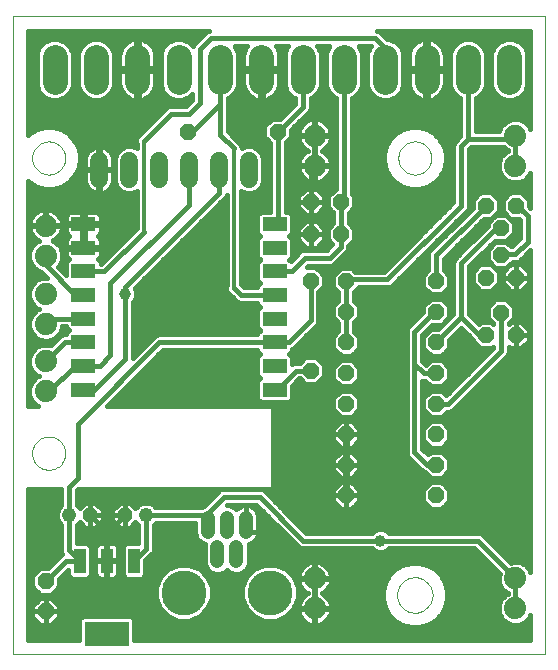
<source format=gtl>
G75*
%MOIN*%
%OFA0B0*%
%FSLAX24Y24*%
%IPPOS*%
%LPD*%
%AMOC8*
5,1,8,0,0,1.08239X$1,22.5*
%
%ADD10C,0.0000*%
%ADD11C,0.1500*%
%ADD12C,0.0476*%
%ADD13OC8,0.0520*%
%ADD14C,0.0840*%
%ADD15OC8,0.0480*%
%ADD16C,0.0480*%
%ADD17R,0.0787X0.0472*%
%ADD18C,0.0600*%
%ADD19C,0.0740*%
%ADD20R,0.0394X0.0827*%
%ADD21R,0.1457X0.0827*%
%ADD22C,0.0220*%
%ADD23C,0.0160*%
%ADD24C,0.0357*%
%ADD25C,0.0396*%
%ADD26C,0.0120*%
D10*
X000180Y000253D02*
X017897Y000253D01*
X017897Y021513D01*
X000180Y021513D01*
X000180Y000253D01*
X000810Y006946D02*
X000812Y006993D01*
X000818Y007039D01*
X000828Y007085D01*
X000841Y007130D01*
X000859Y007173D01*
X000880Y007215D01*
X000904Y007255D01*
X000932Y007292D01*
X000963Y007327D01*
X000997Y007360D01*
X001033Y007389D01*
X001072Y007415D01*
X001113Y007438D01*
X001156Y007457D01*
X001200Y007473D01*
X001245Y007485D01*
X001291Y007493D01*
X001338Y007497D01*
X001384Y007497D01*
X001431Y007493D01*
X001477Y007485D01*
X001522Y007473D01*
X001566Y007457D01*
X001609Y007438D01*
X001650Y007415D01*
X001689Y007389D01*
X001725Y007360D01*
X001759Y007327D01*
X001790Y007292D01*
X001818Y007255D01*
X001842Y007215D01*
X001863Y007173D01*
X001881Y007130D01*
X001894Y007085D01*
X001904Y007039D01*
X001910Y006993D01*
X001912Y006946D01*
X001910Y006899D01*
X001904Y006853D01*
X001894Y006807D01*
X001881Y006762D01*
X001863Y006719D01*
X001842Y006677D01*
X001818Y006637D01*
X001790Y006600D01*
X001759Y006565D01*
X001725Y006532D01*
X001689Y006503D01*
X001650Y006477D01*
X001609Y006454D01*
X001566Y006435D01*
X001522Y006419D01*
X001477Y006407D01*
X001431Y006399D01*
X001384Y006395D01*
X001338Y006395D01*
X001291Y006399D01*
X001245Y006407D01*
X001200Y006419D01*
X001156Y006435D01*
X001113Y006454D01*
X001072Y006477D01*
X001033Y006503D01*
X000997Y006532D01*
X000963Y006565D01*
X000932Y006600D01*
X000904Y006637D01*
X000880Y006677D01*
X000859Y006719D01*
X000841Y006762D01*
X000828Y006807D01*
X000818Y006853D01*
X000812Y006899D01*
X000810Y006946D01*
X000810Y016788D02*
X000812Y016835D01*
X000818Y016881D01*
X000828Y016927D01*
X000841Y016972D01*
X000859Y017015D01*
X000880Y017057D01*
X000904Y017097D01*
X000932Y017134D01*
X000963Y017169D01*
X000997Y017202D01*
X001033Y017231D01*
X001072Y017257D01*
X001113Y017280D01*
X001156Y017299D01*
X001200Y017315D01*
X001245Y017327D01*
X001291Y017335D01*
X001338Y017339D01*
X001384Y017339D01*
X001431Y017335D01*
X001477Y017327D01*
X001522Y017315D01*
X001566Y017299D01*
X001609Y017280D01*
X001650Y017257D01*
X001689Y017231D01*
X001725Y017202D01*
X001759Y017169D01*
X001790Y017134D01*
X001818Y017097D01*
X001842Y017057D01*
X001863Y017015D01*
X001881Y016972D01*
X001894Y016927D01*
X001904Y016881D01*
X001910Y016835D01*
X001912Y016788D01*
X001910Y016741D01*
X001904Y016695D01*
X001894Y016649D01*
X001881Y016604D01*
X001863Y016561D01*
X001842Y016519D01*
X001818Y016479D01*
X001790Y016442D01*
X001759Y016407D01*
X001725Y016374D01*
X001689Y016345D01*
X001650Y016319D01*
X001609Y016296D01*
X001566Y016277D01*
X001522Y016261D01*
X001477Y016249D01*
X001431Y016241D01*
X001384Y016237D01*
X001338Y016237D01*
X001291Y016241D01*
X001245Y016249D01*
X001200Y016261D01*
X001156Y016277D01*
X001113Y016296D01*
X001072Y016319D01*
X001033Y016345D01*
X000997Y016374D01*
X000963Y016407D01*
X000932Y016442D01*
X000904Y016479D01*
X000880Y016519D01*
X000859Y016561D01*
X000841Y016604D01*
X000828Y016649D01*
X000818Y016695D01*
X000812Y016741D01*
X000810Y016788D01*
X013015Y016788D02*
X013017Y016835D01*
X013023Y016881D01*
X013033Y016927D01*
X013046Y016972D01*
X013064Y017015D01*
X013085Y017057D01*
X013109Y017097D01*
X013137Y017134D01*
X013168Y017169D01*
X013202Y017202D01*
X013238Y017231D01*
X013277Y017257D01*
X013318Y017280D01*
X013361Y017299D01*
X013405Y017315D01*
X013450Y017327D01*
X013496Y017335D01*
X013543Y017339D01*
X013589Y017339D01*
X013636Y017335D01*
X013682Y017327D01*
X013727Y017315D01*
X013771Y017299D01*
X013814Y017280D01*
X013855Y017257D01*
X013894Y017231D01*
X013930Y017202D01*
X013964Y017169D01*
X013995Y017134D01*
X014023Y017097D01*
X014047Y017057D01*
X014068Y017015D01*
X014086Y016972D01*
X014099Y016927D01*
X014109Y016881D01*
X014115Y016835D01*
X014117Y016788D01*
X014115Y016741D01*
X014109Y016695D01*
X014099Y016649D01*
X014086Y016604D01*
X014068Y016561D01*
X014047Y016519D01*
X014023Y016479D01*
X013995Y016442D01*
X013964Y016407D01*
X013930Y016374D01*
X013894Y016345D01*
X013855Y016319D01*
X013814Y016296D01*
X013771Y016277D01*
X013727Y016261D01*
X013682Y016249D01*
X013636Y016241D01*
X013589Y016237D01*
X013543Y016237D01*
X013496Y016241D01*
X013450Y016249D01*
X013405Y016261D01*
X013361Y016277D01*
X013318Y016296D01*
X013277Y016319D01*
X013238Y016345D01*
X013202Y016374D01*
X013168Y016407D01*
X013137Y016442D01*
X013109Y016479D01*
X013085Y016519D01*
X013064Y016561D01*
X013046Y016604D01*
X013033Y016649D01*
X013023Y016695D01*
X013017Y016741D01*
X013015Y016788D01*
X012975Y002221D02*
X012977Y002269D01*
X012983Y002317D01*
X012993Y002364D01*
X013006Y002410D01*
X013024Y002455D01*
X013044Y002499D01*
X013069Y002541D01*
X013097Y002580D01*
X013127Y002617D01*
X013161Y002651D01*
X013198Y002683D01*
X013236Y002712D01*
X013277Y002737D01*
X013320Y002759D01*
X013365Y002777D01*
X013411Y002791D01*
X013458Y002802D01*
X013506Y002809D01*
X013554Y002812D01*
X013602Y002811D01*
X013650Y002806D01*
X013698Y002797D01*
X013744Y002785D01*
X013789Y002768D01*
X013833Y002748D01*
X013875Y002725D01*
X013915Y002698D01*
X013953Y002668D01*
X013988Y002635D01*
X014020Y002599D01*
X014050Y002561D01*
X014076Y002520D01*
X014098Y002477D01*
X014118Y002433D01*
X014133Y002388D01*
X014145Y002341D01*
X014153Y002293D01*
X014157Y002245D01*
X014157Y002197D01*
X014153Y002149D01*
X014145Y002101D01*
X014133Y002054D01*
X014118Y002009D01*
X014098Y001965D01*
X014076Y001922D01*
X014050Y001881D01*
X014020Y001843D01*
X013988Y001807D01*
X013953Y001774D01*
X013915Y001744D01*
X013875Y001717D01*
X013833Y001694D01*
X013789Y001674D01*
X013744Y001657D01*
X013698Y001645D01*
X013650Y001636D01*
X013602Y001631D01*
X013554Y001630D01*
X013506Y001633D01*
X013458Y001640D01*
X013411Y001651D01*
X013365Y001665D01*
X013320Y001683D01*
X013277Y001705D01*
X013236Y001730D01*
X013198Y001759D01*
X013161Y001791D01*
X013127Y001825D01*
X013097Y001862D01*
X013069Y001901D01*
X013044Y001943D01*
X013024Y001987D01*
X013006Y002032D01*
X012993Y002078D01*
X012983Y002125D01*
X012977Y002173D01*
X012975Y002221D01*
D11*
X008737Y002299D03*
X005863Y002299D03*
D12*
X006985Y003339D02*
X006985Y003815D01*
X007300Y004327D02*
X007300Y004802D01*
X007930Y004802D02*
X007930Y004327D01*
X007615Y003815D02*
X007615Y003339D01*
X006670Y004327D02*
X006670Y004802D01*
D13*
X010087Y009700D03*
X011280Y009613D03*
X011280Y008593D03*
X011280Y007573D03*
X011273Y006564D03*
X011273Y005544D03*
X014273Y005544D03*
X014273Y006564D03*
X014280Y007573D03*
X014280Y008593D03*
X014280Y009613D03*
X014273Y010644D03*
X014273Y011664D03*
X014273Y012684D03*
X015933Y012804D03*
X016433Y013554D03*
X016933Y012804D03*
X016433Y011634D03*
X016933Y010884D03*
X015933Y010884D03*
X016433Y014454D03*
X016933Y015204D03*
X015933Y015204D03*
X011273Y012684D03*
X011273Y011664D03*
X011273Y010644D03*
X010087Y012700D03*
X010113Y014244D03*
X010113Y015324D03*
X011113Y015324D03*
X011113Y014244D03*
X008993Y017664D03*
X005993Y017664D03*
X001260Y002673D03*
X001260Y001673D03*
D14*
X001558Y019321D02*
X001558Y020161D01*
X002936Y020161D02*
X002936Y019321D01*
X004314Y019321D02*
X004314Y020161D01*
X005692Y020161D02*
X005692Y019321D01*
X007070Y019321D02*
X007070Y020161D01*
X008448Y020161D02*
X008448Y019321D01*
X009826Y019321D02*
X009826Y020161D01*
X011204Y020161D02*
X011204Y019321D01*
X012582Y019321D02*
X012582Y020161D01*
X013960Y020161D02*
X013960Y019321D01*
X015337Y019321D02*
X015337Y020161D01*
X016715Y020161D02*
X016715Y019321D01*
D15*
X003903Y004884D03*
X002743Y004884D03*
D16*
X002043Y004884D03*
X004603Y004884D03*
D17*
X002516Y009071D03*
X002516Y009858D03*
X002516Y010646D03*
X002516Y011433D03*
X002516Y012220D03*
X002516Y013008D03*
X002516Y013795D03*
X002516Y014583D03*
X008894Y014583D03*
X008894Y013795D03*
X008894Y013008D03*
X008894Y012220D03*
X008894Y011433D03*
X008894Y010646D03*
X008894Y009858D03*
X008894Y009071D03*
D18*
X008040Y016093D02*
X008040Y016693D01*
X007040Y016693D02*
X007040Y016093D01*
X006040Y016093D02*
X006040Y016693D01*
X005040Y016693D02*
X005040Y016093D01*
X004040Y016093D02*
X004040Y016693D01*
X003040Y016693D02*
X003040Y016093D01*
D19*
X001260Y014533D03*
X001260Y013533D03*
X001260Y012253D03*
X001260Y011253D03*
X001260Y010013D03*
X001260Y009013D03*
X010224Y002772D03*
X010224Y001772D03*
X016917Y001772D03*
X016917Y002772D03*
X016917Y016536D03*
X016917Y017536D03*
X010224Y017536D03*
X010224Y016536D03*
D20*
X004198Y003365D03*
X003293Y003365D03*
X002387Y003365D03*
D21*
X003293Y000924D03*
D22*
X011273Y005544D02*
X011273Y006564D01*
X011280Y007573D01*
D23*
X011280Y008013D01*
X011098Y008013D01*
X010840Y007755D01*
X010840Y007573D01*
X011280Y007573D01*
X011280Y007573D01*
X011280Y008013D01*
X011462Y008013D01*
X011720Y007755D01*
X011720Y007573D01*
X011280Y007573D01*
X011280Y007573D01*
X011280Y007573D01*
X011720Y007573D01*
X011720Y007391D01*
X011462Y007133D01*
X011280Y007133D01*
X011280Y007573D01*
X010840Y007573D01*
X010840Y007391D01*
X011098Y007133D01*
X011280Y007133D01*
X011280Y007573D01*
X011280Y007573D01*
X011280Y007544D02*
X011280Y007544D01*
X011280Y007702D02*
X011280Y007702D01*
X011280Y007861D02*
X011280Y007861D01*
X011098Y008153D02*
X011462Y008153D01*
X011720Y008411D01*
X011720Y008775D01*
X011462Y009033D01*
X011098Y009033D01*
X010840Y008775D01*
X010840Y008411D01*
X011098Y008153D01*
X011073Y008178D02*
X008841Y008178D01*
X008841Y008336D02*
X010914Y008336D01*
X010840Y008495D02*
X008841Y008495D01*
X008841Y008520D02*
X003295Y008520D01*
X005160Y010386D01*
X008320Y010386D01*
X008320Y010335D01*
X008403Y010252D01*
X008320Y010169D01*
X008320Y009547D01*
X008403Y009464D01*
X008320Y009381D01*
X008320Y008760D01*
X008426Y008654D01*
X009362Y008654D01*
X009468Y008760D01*
X009468Y009193D01*
X009714Y009440D01*
X009724Y009440D01*
X009904Y009260D01*
X010269Y009260D01*
X010527Y009517D01*
X010527Y009882D01*
X010269Y010140D01*
X009904Y010140D01*
X009724Y009960D01*
X009555Y009960D01*
X009468Y009923D01*
X009468Y010169D01*
X009385Y010252D01*
X009468Y010335D01*
X009468Y010411D01*
X009501Y010425D01*
X009574Y010498D01*
X010307Y011231D01*
X010347Y011327D01*
X010347Y012337D01*
X010527Y012517D01*
X010527Y012882D01*
X010269Y013140D01*
X009954Y013140D01*
X010008Y013193D01*
X010773Y013193D01*
X010868Y013232D01*
X010942Y013305D01*
X010942Y013305D01*
X011313Y013677D01*
X011353Y013773D01*
X011353Y013862D01*
X011553Y014062D01*
X011553Y014427D01*
X011373Y014607D01*
X011373Y014962D01*
X011553Y015142D01*
X011553Y015507D01*
X011472Y015587D01*
X011466Y018780D01*
X011543Y018812D01*
X011712Y018981D01*
X011804Y019202D01*
X011804Y020280D01*
X011712Y020501D01*
X011689Y020524D01*
X012096Y020524D01*
X012073Y020501D01*
X011982Y020280D01*
X011982Y019202D01*
X012073Y018981D01*
X012242Y018812D01*
X012462Y018721D01*
X012701Y018721D01*
X012921Y018812D01*
X013090Y018981D01*
X013182Y019202D01*
X013182Y020280D01*
X013090Y020501D01*
X012921Y020670D01*
X012701Y020761D01*
X012624Y020761D01*
X012380Y021005D01*
X012312Y021033D01*
X017417Y021033D01*
X017417Y017768D01*
X017384Y017847D01*
X017229Y018002D01*
X017027Y018086D01*
X016808Y018086D01*
X016606Y018002D01*
X016451Y017847D01*
X016379Y017674D01*
X015602Y017674D01*
X015600Y018780D01*
X015677Y018812D01*
X015846Y018981D01*
X015937Y019202D01*
X015937Y020280D01*
X015846Y020501D01*
X015677Y020670D01*
X015457Y020761D01*
X015218Y020761D01*
X014998Y020670D01*
X014829Y020501D01*
X014737Y020280D01*
X014737Y019202D01*
X014829Y018981D01*
X014998Y018812D01*
X015080Y018778D01*
X015082Y017522D01*
X014892Y017332D01*
X014853Y017236D01*
X014853Y015312D01*
X012545Y013004D01*
X011575Y013004D01*
X011455Y013124D01*
X011090Y013124D01*
X010833Y012867D01*
X010833Y012502D01*
X011013Y012322D01*
X011013Y012027D01*
X010833Y011847D01*
X010833Y011482D01*
X011017Y011298D01*
X011015Y011009D01*
X010833Y010827D01*
X010833Y010462D01*
X011090Y010204D01*
X011455Y010204D01*
X011713Y010462D01*
X011713Y010827D01*
X011535Y011004D01*
X011537Y011306D01*
X011713Y011482D01*
X011713Y011847D01*
X011541Y012018D01*
X011543Y012332D01*
X011695Y012484D01*
X012704Y012484D01*
X012800Y012524D01*
X015260Y014984D01*
X015333Y015057D01*
X015373Y015153D01*
X015373Y017077D01*
X015450Y017154D01*
X016521Y017154D01*
X016606Y017070D01*
X016657Y017048D01*
X016657Y017024D01*
X016606Y017002D01*
X016451Y016847D01*
X016367Y016645D01*
X016367Y016427D01*
X016451Y016224D01*
X016606Y016070D01*
X016808Y015986D01*
X017027Y015986D01*
X017229Y016070D01*
X017384Y016224D01*
X017417Y016304D01*
X017417Y015128D01*
X017373Y015172D01*
X017373Y015387D01*
X017115Y015644D01*
X016750Y015644D01*
X016493Y015387D01*
X016493Y015022D01*
X016750Y014764D01*
X017045Y014764D01*
X017073Y014737D01*
X017073Y014112D01*
X016805Y013844D01*
X016765Y013844D01*
X016615Y013994D01*
X016250Y013994D01*
X015993Y013737D01*
X015993Y013372D01*
X016250Y013114D01*
X016615Y013114D01*
X016825Y013324D01*
X016964Y013324D01*
X017060Y013364D01*
X017133Y013437D01*
X017417Y013720D01*
X017417Y003004D01*
X017384Y003084D01*
X017229Y003238D01*
X017027Y003322D01*
X016808Y003322D01*
X016759Y003302D01*
X015880Y004180D01*
X015807Y004253D01*
X015712Y004293D01*
X012695Y004293D01*
X012634Y004353D01*
X012495Y004411D01*
X012345Y004411D01*
X012206Y004353D01*
X012145Y004293D01*
X009952Y004293D01*
X008540Y005705D01*
X008444Y005744D01*
X007141Y005744D01*
X007045Y005705D01*
X006972Y005632D01*
X006543Y005202D01*
X006433Y005157D01*
X006421Y005144D01*
X004937Y005144D01*
X004841Y005240D01*
X004686Y005304D01*
X004519Y005304D01*
X004365Y005240D01*
X004253Y005128D01*
X004077Y005304D01*
X003903Y005304D01*
X003903Y004884D01*
X003903Y004464D01*
X004077Y004464D01*
X004253Y004640D01*
X004343Y004550D01*
X004343Y003958D01*
X003927Y003958D01*
X003821Y003853D01*
X003821Y002877D01*
X003927Y002771D01*
X004470Y002771D01*
X004575Y002877D01*
X004575Y003374D01*
X004750Y003549D01*
X004823Y003622D01*
X004863Y003717D01*
X004863Y004550D01*
X004937Y004624D01*
X006252Y004624D01*
X006252Y004244D01*
X006316Y004090D01*
X006433Y003973D01*
X006574Y003914D01*
X006567Y003898D01*
X006567Y003256D01*
X006631Y003103D01*
X006748Y002985D01*
X006902Y002922D01*
X007068Y002922D01*
X007221Y002985D01*
X007300Y003063D01*
X007378Y002985D01*
X007532Y002922D01*
X007698Y002922D01*
X007851Y002985D01*
X007969Y003103D01*
X008032Y003256D01*
X008032Y003898D01*
X009611Y003898D01*
X009624Y003885D02*
X009697Y003812D01*
X009792Y003773D01*
X012145Y003773D01*
X012206Y003712D01*
X012345Y003655D01*
X012495Y003655D01*
X012634Y003712D01*
X012695Y003773D01*
X015552Y003773D01*
X016390Y002935D01*
X016367Y002882D01*
X016367Y002663D01*
X016451Y002461D01*
X016606Y002306D01*
X016657Y002285D01*
X016657Y002260D01*
X016606Y002238D01*
X016451Y002084D01*
X016367Y001882D01*
X016367Y001663D01*
X016451Y001461D01*
X016606Y001306D01*
X016808Y001222D01*
X017027Y001222D01*
X017229Y001306D01*
X017384Y001461D01*
X017417Y001540D01*
X017417Y000733D01*
X004201Y000733D01*
X004201Y001412D01*
X004096Y001517D01*
X002490Y001517D01*
X002384Y001412D01*
X002384Y000733D01*
X000660Y000733D01*
X000660Y005765D01*
X001783Y005765D01*
X001783Y005218D01*
X001687Y005122D01*
X001623Y004968D01*
X001623Y004801D01*
X001687Y004646D01*
X001783Y004550D01*
X001783Y003657D01*
X001811Y003588D01*
X001805Y003585D01*
X001332Y003113D01*
X001078Y003113D01*
X000820Y002855D01*
X000820Y002491D01*
X001078Y002233D01*
X001442Y002233D01*
X001700Y002491D01*
X001700Y002745D01*
X002010Y003055D01*
X002010Y002877D01*
X002116Y002771D01*
X002658Y002771D01*
X002764Y002877D01*
X002764Y003853D01*
X002658Y003958D01*
X002303Y003958D01*
X002303Y004550D01*
X002393Y004640D01*
X002569Y004464D01*
X002743Y004464D01*
X002917Y004464D01*
X003163Y004710D01*
X003163Y004884D01*
X002743Y004884D01*
X002743Y004884D01*
X002743Y004464D01*
X002743Y004884D01*
X002743Y004884D01*
X003163Y004884D01*
X003163Y005058D01*
X002917Y005304D01*
X002743Y005304D01*
X002743Y004884D01*
X002743Y005186D01*
X002743Y005166D02*
X002743Y005166D01*
X002743Y005304D02*
X002569Y005304D01*
X002393Y005128D01*
X002303Y005218D01*
X002303Y005728D01*
X002340Y005765D01*
X008841Y005765D01*
X008841Y008520D01*
X008894Y009071D02*
X008978Y009071D01*
X009607Y009700D01*
X010087Y009700D01*
X010455Y009446D02*
X010840Y009446D01*
X010840Y009431D02*
X011098Y009173D01*
X011462Y009173D01*
X011720Y009431D01*
X011720Y009795D01*
X011462Y010053D01*
X011098Y010053D01*
X010840Y009795D01*
X010840Y009431D01*
X010840Y009604D02*
X010527Y009604D01*
X010527Y009763D02*
X010840Y009763D01*
X010966Y009921D02*
X010487Y009921D01*
X010329Y010080D02*
X013293Y010080D01*
X013293Y010238D02*
X011489Y010238D01*
X011647Y010397D02*
X013293Y010397D01*
X013293Y010555D02*
X011713Y010555D01*
X011713Y010714D02*
X013293Y010714D01*
X013293Y010872D02*
X011667Y010872D01*
X011535Y011031D02*
X013293Y011031D01*
X013293Y011056D02*
X013293Y006933D01*
X013332Y006837D01*
X013405Y006764D01*
X013405Y006764D01*
X013752Y006417D01*
X013825Y006344D01*
X013903Y006312D01*
X014090Y006124D01*
X014455Y006124D01*
X014713Y006382D01*
X014713Y006747D01*
X014455Y007004D01*
X014090Y007004D01*
X013995Y006909D01*
X013813Y007092D01*
X013813Y009353D01*
X013918Y009353D01*
X014098Y009173D01*
X014462Y009173D01*
X014720Y009431D01*
X014720Y009795D01*
X014462Y010053D01*
X014098Y010053D01*
X013943Y009898D01*
X013813Y010028D01*
X013813Y010897D01*
X014140Y011224D01*
X014455Y011224D01*
X014713Y011482D01*
X014713Y011847D01*
X014455Y012104D01*
X014090Y012104D01*
X013833Y011847D01*
X013833Y011652D01*
X013405Y011225D01*
X013332Y011152D01*
X013293Y011056D01*
X013370Y011189D02*
X011536Y011189D01*
X011578Y011348D02*
X013528Y011348D01*
X013405Y011225D02*
X013405Y011225D01*
X013553Y011004D02*
X013553Y010033D01*
X013553Y009920D01*
X013860Y009613D01*
X014280Y009613D01*
X013966Y009921D02*
X013919Y009921D01*
X013813Y010080D02*
X015800Y010080D01*
X015642Y009921D02*
X014594Y009921D01*
X014720Y009763D02*
X015483Y009763D01*
X015325Y009604D02*
X014720Y009604D01*
X014720Y009446D02*
X015166Y009446D01*
X015008Y009287D02*
X014577Y009287D01*
X014462Y009033D02*
X014098Y009033D01*
X013840Y008775D01*
X013840Y008411D01*
X014098Y008153D01*
X014462Y008153D01*
X014642Y008333D01*
X014733Y008333D01*
X014828Y008372D01*
X016653Y010197D01*
X016693Y010293D01*
X016693Y010502D01*
X016750Y010444D01*
X016933Y010444D01*
X017115Y010444D01*
X017373Y010702D01*
X017373Y010884D01*
X016933Y010884D01*
X016933Y010884D01*
X016933Y010444D01*
X016933Y010884D01*
X016933Y010884D01*
X017373Y010884D01*
X017373Y011067D01*
X017115Y011324D01*
X016933Y011324D01*
X016933Y010884D01*
X016933Y012804D01*
X016933Y012804D01*
X017373Y012804D01*
X017373Y012622D01*
X017115Y012364D01*
X016933Y012364D01*
X016933Y012804D01*
X016933Y012804D01*
X017373Y012804D01*
X017373Y012987D01*
X017115Y013244D01*
X016933Y013244D01*
X016933Y012804D01*
X016933Y012364D01*
X016750Y012364D01*
X016493Y012622D01*
X016493Y012804D01*
X016933Y012804D01*
X016933Y012804D01*
X016933Y012804D01*
X016933Y013244D01*
X016750Y013244D01*
X016493Y012987D01*
X016493Y012804D01*
X016933Y012804D01*
X016933Y012774D02*
X016933Y012774D01*
X016933Y012616D02*
X016933Y012616D01*
X016933Y012457D02*
X016933Y012457D01*
X016657Y012457D02*
X016208Y012457D01*
X016115Y012364D02*
X016373Y012622D01*
X016373Y012987D01*
X016115Y013244D01*
X015750Y013244D01*
X015493Y012987D01*
X015493Y012622D01*
X015750Y012364D01*
X016115Y012364D01*
X016250Y012074D02*
X015993Y011817D01*
X015993Y011452D01*
X016173Y011272D01*
X016173Y011267D01*
X016115Y011324D01*
X015750Y011324D01*
X015695Y011269D01*
X015373Y011592D01*
X015373Y013177D01*
X016230Y014034D01*
X016250Y014014D01*
X016615Y014014D01*
X016873Y014272D01*
X016873Y014637D01*
X016615Y014894D01*
X016250Y014894D01*
X015993Y014637D01*
X015993Y014532D01*
X014965Y013505D01*
X014892Y013432D01*
X014853Y013336D01*
X014853Y011592D01*
X014345Y011084D01*
X014090Y011084D01*
X013833Y010827D01*
X013833Y010462D01*
X014090Y010204D01*
X014455Y010204D01*
X014713Y010462D01*
X014713Y010717D01*
X015113Y011117D01*
X015493Y010737D01*
X015493Y010702D01*
X015750Y010444D01*
X016115Y010444D01*
X016173Y010502D01*
X016173Y010452D01*
X014608Y008887D01*
X014462Y009033D01*
X014525Y008970D02*
X014691Y008970D01*
X014849Y009129D02*
X013813Y009129D01*
X013813Y009287D02*
X013983Y009287D01*
X014035Y008970D02*
X013813Y008970D01*
X013813Y008812D02*
X013877Y008812D01*
X013840Y008653D02*
X013813Y008653D01*
X013813Y008495D02*
X013840Y008495D01*
X013813Y008336D02*
X013914Y008336D01*
X013813Y008178D02*
X014073Y008178D01*
X014098Y008013D02*
X013840Y007755D01*
X013840Y007391D01*
X014098Y007133D01*
X014462Y007133D01*
X014720Y007391D01*
X014720Y007755D01*
X014462Y008013D01*
X014098Y008013D01*
X013946Y007861D02*
X013813Y007861D01*
X013813Y008019D02*
X017417Y008019D01*
X017417Y007861D02*
X014614Y007861D01*
X014720Y007702D02*
X017417Y007702D01*
X017417Y007544D02*
X014720Y007544D01*
X014715Y007385D02*
X017417Y007385D01*
X017417Y007227D02*
X014556Y007227D01*
X014549Y006910D02*
X017417Y006910D01*
X017417Y007068D02*
X013836Y007068D01*
X013813Y007227D02*
X014004Y007227D01*
X013845Y007385D02*
X013813Y007385D01*
X013813Y007544D02*
X013840Y007544D01*
X013840Y007702D02*
X013813Y007702D01*
X013293Y007702D02*
X011720Y007702D01*
X011720Y007544D02*
X013293Y007544D01*
X013293Y007385D02*
X011715Y007385D01*
X011556Y007227D02*
X013293Y007227D01*
X013293Y007068D02*
X008841Y007068D01*
X008841Y006910D02*
X010996Y006910D01*
X011090Y007004D02*
X010833Y006747D01*
X010833Y006564D01*
X010833Y006382D01*
X011090Y006124D01*
X011273Y006124D01*
X011455Y006124D01*
X011713Y006382D01*
X011713Y006564D01*
X011273Y006564D01*
X011273Y006564D01*
X011273Y006124D01*
X011273Y006564D01*
X011273Y006564D01*
X011713Y006564D01*
X011713Y006747D01*
X011455Y007004D01*
X011273Y007004D01*
X011273Y006564D01*
X011273Y006564D01*
X010833Y006564D01*
X011273Y006564D01*
X011273Y006564D01*
X011273Y007004D01*
X011090Y007004D01*
X011273Y006910D02*
X011273Y006910D01*
X011273Y006751D02*
X011273Y006751D01*
X011273Y006593D02*
X011273Y006593D01*
X011273Y006434D02*
X011273Y006434D01*
X011273Y006276D02*
X011273Y006276D01*
X011273Y005984D02*
X011090Y005984D01*
X010833Y005727D01*
X010833Y005544D01*
X010833Y005362D01*
X011090Y005104D01*
X011273Y005104D01*
X011455Y005104D01*
X011713Y005362D01*
X011713Y005544D01*
X011273Y005544D01*
X011273Y005544D01*
X011273Y005104D01*
X011273Y005544D01*
X011273Y005544D01*
X011713Y005544D01*
X011713Y005727D01*
X011455Y005984D01*
X011273Y005984D01*
X011273Y005544D01*
X011273Y005544D01*
X010833Y005544D01*
X011273Y005544D01*
X011273Y005544D01*
X011273Y005984D01*
X011273Y005959D02*
X011273Y005959D01*
X011273Y005800D02*
X011273Y005800D01*
X011273Y005642D02*
X011273Y005642D01*
X011273Y005483D02*
X011273Y005483D01*
X011273Y005325D02*
X011273Y005325D01*
X011273Y005166D02*
X011273Y005166D01*
X011517Y005166D02*
X014028Y005166D01*
X014090Y005104D02*
X014455Y005104D01*
X014713Y005362D01*
X014713Y005727D01*
X014455Y005984D01*
X014090Y005984D01*
X013833Y005727D01*
X013833Y005362D01*
X014090Y005104D01*
X013870Y005325D02*
X011675Y005325D01*
X011713Y005483D02*
X013833Y005483D01*
X013833Y005642D02*
X011713Y005642D01*
X011639Y005800D02*
X013906Y005800D01*
X014065Y005959D02*
X011480Y005959D01*
X011606Y006276D02*
X013939Y006276D01*
X013752Y006417D02*
X013752Y006417D01*
X013735Y006434D02*
X011713Y006434D01*
X011713Y006593D02*
X013576Y006593D01*
X013418Y006751D02*
X011708Y006751D01*
X011549Y006910D02*
X013302Y006910D01*
X013553Y006984D02*
X013553Y009920D01*
X013293Y009921D02*
X011594Y009921D01*
X011720Y009763D02*
X013293Y009763D01*
X013293Y009604D02*
X011720Y009604D01*
X011720Y009446D02*
X013293Y009446D01*
X013293Y009287D02*
X011577Y009287D01*
X011525Y008970D02*
X013293Y008970D01*
X013293Y008812D02*
X011683Y008812D01*
X011720Y008653D02*
X013293Y008653D01*
X013293Y008495D02*
X011720Y008495D01*
X011646Y008336D02*
X013293Y008336D01*
X013293Y008178D02*
X011487Y008178D01*
X011614Y007861D02*
X013293Y007861D01*
X013293Y008019D02*
X008841Y008019D01*
X008841Y007861D02*
X010946Y007861D01*
X010840Y007702D02*
X008841Y007702D01*
X008841Y007544D02*
X010840Y007544D01*
X010845Y007385D02*
X008841Y007385D01*
X008841Y007227D02*
X011004Y007227D01*
X011280Y007227D02*
X011280Y007227D01*
X011280Y007385D02*
X011280Y007385D01*
X010837Y006751D02*
X008841Y006751D01*
X008841Y006593D02*
X010833Y006593D01*
X010833Y006434D02*
X008841Y006434D01*
X008841Y006276D02*
X010939Y006276D01*
X011065Y005959D02*
X008841Y005959D01*
X008841Y006117D02*
X017417Y006117D01*
X017417Y005959D02*
X014480Y005959D01*
X014639Y005800D02*
X017417Y005800D01*
X017417Y005642D02*
X014713Y005642D01*
X014713Y005483D02*
X017417Y005483D01*
X017417Y005325D02*
X014675Y005325D01*
X014517Y005166D02*
X017417Y005166D01*
X017417Y005008D02*
X009237Y005008D01*
X009078Y005166D02*
X011028Y005166D01*
X010870Y005325D02*
X008920Y005325D01*
X008761Y005483D02*
X010833Y005483D01*
X010833Y005642D02*
X008603Y005642D01*
X008393Y005484D02*
X009844Y004033D01*
X012420Y004033D01*
X015660Y004033D01*
X016917Y002775D01*
X016917Y002772D01*
X016917Y001772D01*
X016522Y002155D02*
X014636Y002155D01*
X014636Y002080D02*
X014563Y001808D01*
X014422Y001564D01*
X014223Y001365D01*
X013979Y001224D01*
X013707Y001151D01*
X013425Y001151D01*
X013153Y001224D01*
X012908Y001365D01*
X012709Y001564D01*
X012568Y001808D01*
X012495Y002080D01*
X012495Y002362D01*
X012568Y002634D01*
X012709Y002879D01*
X012908Y003078D01*
X013153Y003219D01*
X013425Y003292D01*
X013707Y003292D01*
X013979Y003219D01*
X014223Y003078D01*
X014422Y002879D01*
X014563Y002634D01*
X014636Y002362D01*
X014636Y002080D01*
X014614Y001996D02*
X016415Y001996D01*
X016367Y001838D02*
X014571Y001838D01*
X014489Y001679D02*
X016367Y001679D01*
X016426Y001521D02*
X014379Y001521D01*
X014219Y001362D02*
X016549Y001362D01*
X017285Y001362D02*
X017417Y001362D01*
X017417Y001204D02*
X013905Y001204D01*
X013227Y001204D02*
X004201Y001204D01*
X004201Y001362D02*
X009856Y001362D01*
X009866Y001353D02*
X009936Y001302D01*
X010013Y001262D01*
X010096Y001236D01*
X010181Y001222D01*
X010204Y001222D01*
X010204Y001752D01*
X009674Y001752D01*
X009674Y001729D01*
X009688Y001643D01*
X009715Y001561D01*
X009754Y001484D01*
X009805Y001414D01*
X009866Y001353D01*
X009735Y001521D02*
X009273Y001521D01*
X009264Y001511D02*
X009525Y001772D01*
X009667Y002114D01*
X009667Y002484D01*
X009525Y002826D01*
X009264Y003088D01*
X008922Y003229D01*
X008552Y003229D01*
X008210Y003088D01*
X007948Y002826D01*
X007807Y002484D01*
X007807Y002114D01*
X007948Y001772D01*
X008210Y001511D01*
X008552Y001369D01*
X008922Y001369D01*
X009264Y001511D01*
X009432Y001679D02*
X009682Y001679D01*
X009674Y001792D02*
X010204Y001792D01*
X010204Y001752D01*
X010244Y001752D01*
X010244Y001222D01*
X010268Y001222D01*
X010353Y001236D01*
X010436Y001262D01*
X010513Y001302D01*
X010583Y001353D01*
X010644Y001414D01*
X010695Y001484D01*
X010734Y001561D01*
X010761Y001643D01*
X010774Y001729D01*
X010774Y001752D01*
X010244Y001752D01*
X010244Y001792D01*
X010204Y001792D01*
X010204Y002752D01*
X009674Y002752D01*
X009674Y002729D01*
X009688Y002643D01*
X009715Y002561D01*
X009754Y002484D01*
X009805Y002414D01*
X009866Y002353D01*
X009936Y002302D01*
X009994Y002272D01*
X009936Y002243D01*
X009866Y002192D01*
X009805Y002130D01*
X009754Y002060D01*
X009715Y001983D01*
X009688Y001901D01*
X009674Y001815D01*
X009674Y001792D01*
X009678Y001838D02*
X009552Y001838D01*
X009618Y001996D02*
X009721Y001996D01*
X009667Y002155D02*
X009829Y002155D01*
X009920Y002313D02*
X009667Y002313D01*
X009667Y002472D02*
X009763Y002472D01*
X009692Y002630D02*
X009606Y002630D01*
X009541Y002789D02*
X010204Y002789D01*
X010204Y002792D02*
X010204Y002752D01*
X010244Y002752D01*
X010244Y002222D01*
X010244Y001792D01*
X010774Y001792D01*
X010774Y001815D01*
X010761Y001901D01*
X010734Y001983D01*
X010695Y002060D01*
X010644Y002130D01*
X010583Y002192D01*
X010513Y002243D01*
X010455Y002272D01*
X010513Y002302D01*
X010583Y002353D01*
X010644Y002414D01*
X010695Y002484D01*
X010734Y002561D01*
X010761Y002643D01*
X010774Y002729D01*
X010774Y002752D01*
X010244Y002752D01*
X010244Y002792D01*
X010204Y002792D01*
X009674Y002792D01*
X009674Y002815D01*
X009688Y002901D01*
X009715Y002983D01*
X009754Y003060D01*
X009805Y003130D01*
X009866Y003192D01*
X009936Y003243D01*
X010013Y003282D01*
X010096Y003309D01*
X010181Y003322D01*
X010204Y003322D01*
X010204Y002792D01*
X010224Y002772D02*
X010224Y001772D01*
X010204Y001838D02*
X010244Y001838D01*
X010244Y001996D02*
X010204Y001996D01*
X010204Y002155D02*
X010244Y002155D01*
X010244Y002313D02*
X010204Y002313D01*
X010204Y002472D02*
X010244Y002472D01*
X010244Y002630D02*
X010204Y002630D01*
X010244Y002789D02*
X012657Y002789D01*
X012567Y002630D02*
X010757Y002630D01*
X010774Y002792D02*
X010774Y002815D01*
X010761Y002901D01*
X010734Y002983D01*
X010695Y003060D01*
X010644Y003130D01*
X010583Y003192D01*
X010513Y003243D01*
X010436Y003282D01*
X010353Y003309D01*
X010268Y003322D01*
X010244Y003322D01*
X010244Y002792D01*
X010774Y002792D01*
X010746Y002947D02*
X012778Y002947D01*
X012957Y003106D02*
X010662Y003106D01*
X010470Y003264D02*
X013322Y003264D01*
X013810Y003264D02*
X016061Y003264D01*
X016219Y003106D02*
X014175Y003106D01*
X014354Y002947D02*
X016378Y002947D01*
X016367Y002789D02*
X014474Y002789D01*
X014565Y002630D02*
X016381Y002630D01*
X016446Y002472D02*
X014607Y002472D01*
X014636Y002313D02*
X016598Y002313D01*
X017362Y003106D02*
X017417Y003106D01*
X017417Y003264D02*
X017166Y003264D01*
X017417Y003423D02*
X016638Y003423D01*
X016479Y003581D02*
X017417Y003581D01*
X017417Y003740D02*
X016321Y003740D01*
X016162Y003898D02*
X017417Y003898D01*
X017417Y004057D02*
X016004Y004057D01*
X015845Y004215D02*
X017417Y004215D01*
X017417Y004374D02*
X012585Y004374D01*
X012255Y004374D02*
X009871Y004374D01*
X009712Y004532D02*
X017417Y004532D01*
X017417Y004691D02*
X009554Y004691D01*
X009395Y004849D02*
X017417Y004849D01*
X017417Y006276D02*
X014606Y006276D01*
X014713Y006434D02*
X017417Y006434D01*
X017417Y006593D02*
X014713Y006593D01*
X014708Y006751D02*
X017417Y006751D01*
X017417Y008178D02*
X014487Y008178D01*
X014741Y008336D02*
X017417Y008336D01*
X017417Y008495D02*
X014951Y008495D01*
X015109Y008653D02*
X017417Y008653D01*
X017417Y008812D02*
X015268Y008812D01*
X015426Y008970D02*
X017417Y008970D01*
X017417Y009129D02*
X015585Y009129D01*
X015743Y009287D02*
X017417Y009287D01*
X017417Y009446D02*
X015902Y009446D01*
X016060Y009604D02*
X017417Y009604D01*
X017417Y009763D02*
X016219Y009763D01*
X016377Y009921D02*
X017417Y009921D01*
X017417Y010080D02*
X016536Y010080D01*
X016670Y010238D02*
X017417Y010238D01*
X017417Y010397D02*
X016693Y010397D01*
X016933Y010555D02*
X016933Y010555D01*
X016933Y010714D02*
X016933Y010714D01*
X016933Y010872D02*
X016933Y010872D01*
X016933Y010884D02*
X016933Y011324D01*
X016750Y011324D01*
X016693Y011267D01*
X016693Y011272D01*
X016873Y011452D01*
X016873Y011817D01*
X016615Y012074D01*
X016250Y012074D01*
X016158Y011982D02*
X015373Y011982D01*
X015373Y012140D02*
X017417Y012140D01*
X017417Y011982D02*
X016707Y011982D01*
X016866Y011823D02*
X017417Y011823D01*
X017417Y011665D02*
X016873Y011665D01*
X016873Y011506D02*
X017417Y011506D01*
X017417Y011348D02*
X016768Y011348D01*
X016933Y011189D02*
X016933Y011189D01*
X016933Y011031D02*
X016933Y011031D01*
X016933Y010884D02*
X016933Y010884D01*
X017250Y011189D02*
X017417Y011189D01*
X017417Y011031D02*
X017373Y011031D01*
X017373Y010872D02*
X017417Y010872D01*
X017417Y010714D02*
X017373Y010714D01*
X017417Y010555D02*
X017226Y010555D01*
X016433Y010344D02*
X016433Y011634D01*
X016097Y011348D02*
X015617Y011348D01*
X015458Y011506D02*
X015993Y011506D01*
X015993Y011665D02*
X015373Y011665D01*
X015373Y011823D02*
X015999Y011823D01*
X015657Y012457D02*
X015373Y012457D01*
X015373Y012299D02*
X017417Y012299D01*
X017417Y012457D02*
X017208Y012457D01*
X017366Y012616D02*
X017417Y012616D01*
X017417Y012774D02*
X017373Y012774D01*
X017373Y012933D02*
X017417Y012933D01*
X017417Y013091D02*
X017268Y013091D01*
X017417Y013250D02*
X016750Y013250D01*
X016597Y013091D02*
X016268Y013091D01*
X016373Y012933D02*
X016493Y012933D01*
X016493Y012774D02*
X016373Y012774D01*
X016366Y012616D02*
X016499Y012616D01*
X016933Y012933D02*
X016933Y012933D01*
X016933Y013091D02*
X016933Y013091D01*
X017104Y013408D02*
X017417Y013408D01*
X017417Y013567D02*
X017263Y013567D01*
X016913Y013584D02*
X017333Y014004D01*
X017333Y014844D01*
X016973Y015204D01*
X016933Y015204D01*
X016493Y015152D02*
X016373Y015152D01*
X016373Y015022D02*
X016115Y014764D01*
X015860Y014764D01*
X014533Y013437D01*
X014533Y013047D01*
X014713Y012867D01*
X014713Y012502D01*
X014455Y012244D01*
X014090Y012244D01*
X013833Y012502D01*
X013833Y012867D01*
X014013Y013047D01*
X014013Y013596D01*
X014052Y013692D01*
X015493Y015132D01*
X015493Y015387D01*
X015750Y015644D01*
X016115Y015644D01*
X016373Y015387D01*
X016373Y015022D01*
X016344Y014993D02*
X016521Y014993D01*
X016674Y014835D02*
X016680Y014835D01*
X016833Y014676D02*
X017073Y014676D01*
X017073Y014518D02*
X016873Y014518D01*
X016873Y014359D02*
X017073Y014359D01*
X017073Y014201D02*
X016801Y014201D01*
X016643Y014042D02*
X017003Y014042D01*
X016844Y013884D02*
X016725Y013884D01*
X016913Y013584D02*
X016463Y013584D01*
X016433Y013554D01*
X016115Y013250D02*
X015446Y013250D01*
X015373Y013091D02*
X015597Y013091D01*
X015493Y012933D02*
X015373Y012933D01*
X015373Y012774D02*
X015493Y012774D01*
X015499Y012616D02*
X015373Y012616D01*
X014853Y012616D02*
X014713Y012616D01*
X014713Y012774D02*
X014853Y012774D01*
X014853Y012933D02*
X014646Y012933D01*
X014533Y013091D02*
X014853Y013091D01*
X014853Y013250D02*
X014533Y013250D01*
X014533Y013408D02*
X014883Y013408D01*
X015027Y013567D02*
X014663Y013567D01*
X014821Y013725D02*
X015186Y013725D01*
X015344Y013884D02*
X014980Y013884D01*
X015138Y014042D02*
X015503Y014042D01*
X015661Y014201D02*
X015297Y014201D01*
X015455Y014359D02*
X015820Y014359D01*
X015978Y014518D02*
X015614Y014518D01*
X015772Y014676D02*
X016032Y014676D01*
X016185Y014835D02*
X016191Y014835D01*
X016283Y014454D02*
X015113Y013284D01*
X015113Y011484D01*
X015713Y010884D01*
X015933Y010884D01*
X015639Y010555D02*
X014713Y010555D01*
X014713Y010714D02*
X015493Y010714D01*
X015357Y010872D02*
X014868Y010872D01*
X015027Y011031D02*
X015198Y011031D01*
X015113Y011484D02*
X014273Y010644D01*
X014037Y011031D02*
X013947Y011031D01*
X013878Y010872D02*
X013813Y010872D01*
X013813Y010714D02*
X013833Y010714D01*
X013833Y010555D02*
X013813Y010555D01*
X013813Y010397D02*
X013898Y010397D01*
X013813Y010238D02*
X014056Y010238D01*
X014489Y010238D02*
X015959Y010238D01*
X016117Y010397D02*
X014647Y010397D01*
X014450Y011189D02*
X014105Y011189D01*
X014213Y011664D02*
X013553Y011004D01*
X013687Y011506D02*
X011713Y011506D01*
X011713Y011665D02*
X013833Y011665D01*
X013833Y011823D02*
X011713Y011823D01*
X011577Y011982D02*
X013968Y011982D01*
X014036Y012299D02*
X011543Y012299D01*
X011542Y012140D02*
X014853Y012140D01*
X014853Y011982D02*
X014577Y011982D01*
X014713Y011823D02*
X014853Y011823D01*
X014853Y011665D02*
X014713Y011665D01*
X014713Y011506D02*
X014767Y011506D01*
X014608Y011348D02*
X014578Y011348D01*
X014273Y011664D02*
X014213Y011664D01*
X014509Y012299D02*
X014853Y012299D01*
X014853Y012457D02*
X014668Y012457D01*
X014273Y012684D02*
X014273Y013544D01*
X015933Y015204D01*
X016290Y015469D02*
X016575Y015469D01*
X016493Y015310D02*
X016373Y015310D01*
X016132Y015627D02*
X016733Y015627D01*
X017132Y015627D02*
X017417Y015627D01*
X017417Y015469D02*
X017290Y015469D01*
X017373Y015310D02*
X017417Y015310D01*
X017417Y015152D02*
X017393Y015152D01*
X017417Y015786D02*
X015373Y015786D01*
X015373Y015944D02*
X017417Y015944D01*
X017417Y016103D02*
X017262Y016103D01*
X017399Y016261D02*
X017417Y016261D01*
X016917Y016536D02*
X016917Y017536D01*
X016796Y017414D01*
X015343Y017414D01*
X015113Y017184D01*
X015113Y015204D01*
X012653Y012744D01*
X011333Y012744D01*
X011273Y012684D01*
X011273Y011664D01*
X011283Y012445D01*
X011273Y010644D01*
X010898Y010397D02*
X009468Y010397D01*
X009398Y010238D02*
X011056Y010238D01*
X010833Y010555D02*
X009631Y010555D01*
X009790Y010714D02*
X010833Y010714D01*
X010878Y010872D02*
X009948Y010872D01*
X010107Y011031D02*
X011015Y011031D01*
X011016Y011189D02*
X010265Y011189D01*
X010347Y011348D02*
X010967Y011348D01*
X010833Y011506D02*
X010347Y011506D01*
X010347Y011665D02*
X010833Y011665D01*
X010833Y011823D02*
X010347Y011823D01*
X010347Y011982D02*
X010968Y011982D01*
X011013Y012140D02*
X010347Y012140D01*
X010347Y012299D02*
X011013Y012299D01*
X010877Y012457D02*
X010467Y012457D01*
X010527Y012616D02*
X010833Y012616D01*
X010833Y012774D02*
X010527Y012774D01*
X010476Y012933D02*
X010899Y012933D01*
X011057Y013091D02*
X010317Y013091D01*
X010087Y012700D02*
X010087Y011378D01*
X009354Y010646D01*
X008894Y010646D01*
X005053Y010646D01*
X002340Y007933D01*
X002340Y006133D01*
X002043Y005835D01*
X002043Y004884D01*
X002043Y003709D01*
X002387Y003365D01*
X001952Y003365D01*
X001260Y002673D01*
X000912Y002947D02*
X000660Y002947D01*
X000660Y002789D02*
X000820Y002789D01*
X000820Y002630D02*
X000660Y002630D01*
X000660Y002472D02*
X000839Y002472D01*
X000997Y002313D02*
X000660Y002313D01*
X000660Y002155D02*
X004933Y002155D01*
X004933Y002114D02*
X005074Y001772D01*
X005336Y001511D01*
X005678Y001369D01*
X006048Y001369D01*
X006390Y001511D01*
X006651Y001772D01*
X006793Y002114D01*
X006793Y002484D01*
X006651Y002826D01*
X006390Y003088D01*
X006048Y003229D01*
X005678Y003229D01*
X005336Y003088D01*
X005074Y002826D01*
X004933Y002484D01*
X004933Y002114D01*
X004982Y001996D02*
X001559Y001996D01*
X001442Y002113D02*
X001700Y001855D01*
X001700Y001673D01*
X001260Y001673D01*
X001260Y002113D01*
X001260Y001673D01*
X001260Y001673D01*
X001260Y001673D01*
X000820Y001673D01*
X000820Y001855D01*
X001078Y002113D01*
X001260Y002113D01*
X001442Y002113D01*
X001523Y002313D02*
X004933Y002313D01*
X004933Y002472D02*
X001681Y002472D01*
X001700Y002630D02*
X004993Y002630D01*
X005059Y002789D02*
X004487Y002789D01*
X004575Y002947D02*
X005196Y002947D01*
X005380Y003106D02*
X004575Y003106D01*
X004575Y003264D02*
X006567Y003264D01*
X006567Y003423D02*
X004624Y003423D01*
X004782Y003581D02*
X006567Y003581D01*
X006567Y003740D02*
X004863Y003740D01*
X004863Y003898D02*
X006567Y003898D01*
X006349Y004057D02*
X004863Y004057D01*
X004863Y004215D02*
X006264Y004215D01*
X006252Y004374D02*
X004863Y004374D01*
X004863Y004532D02*
X006252Y004532D01*
X006593Y004404D02*
X006670Y004327D01*
X006713Y004370D01*
X006713Y005004D01*
X007193Y005484D01*
X008393Y005484D01*
X008285Y005224D02*
X009624Y003885D01*
X009452Y004057D02*
X008250Y004057D01*
X008248Y004055D02*
X008287Y004108D01*
X008317Y004166D01*
X008337Y004229D01*
X008347Y004294D01*
X008347Y004327D01*
X008347Y004835D01*
X008337Y004900D01*
X008317Y004963D01*
X008287Y005021D01*
X008248Y005075D01*
X008202Y005121D01*
X008149Y005160D01*
X008090Y005190D01*
X008027Y005210D01*
X007963Y005220D01*
X007930Y005220D01*
X007930Y004327D01*
X008347Y004327D01*
X007930Y004327D01*
X007930Y004327D01*
X007930Y004327D01*
X007930Y005220D01*
X007897Y005220D01*
X007832Y005210D01*
X007769Y005190D01*
X007711Y005160D01*
X007657Y005121D01*
X007615Y005078D01*
X007536Y005157D01*
X007383Y005220D01*
X007296Y005220D01*
X007300Y005224D01*
X008285Y005224D01*
X008343Y005166D02*
X008136Y005166D01*
X008294Y005008D02*
X008501Y005008D01*
X008345Y004849D02*
X008660Y004849D01*
X008818Y004691D02*
X008347Y004691D01*
X008347Y004532D02*
X008977Y004532D01*
X009135Y004374D02*
X008347Y004374D01*
X008333Y004215D02*
X009294Y004215D01*
X009979Y003264D02*
X008032Y003264D01*
X008032Y003423D02*
X015902Y003423D01*
X015744Y003581D02*
X008032Y003581D01*
X008032Y003740D02*
X012178Y003740D01*
X012662Y003740D02*
X015585Y003740D01*
X017409Y001521D02*
X017417Y001521D01*
X017417Y001045D02*
X004201Y001045D01*
X004201Y000887D02*
X017417Y000887D01*
X012913Y001362D02*
X010592Y001362D01*
X010714Y001521D02*
X012752Y001521D01*
X012643Y001679D02*
X010767Y001679D01*
X010771Y001838D02*
X012560Y001838D01*
X012518Y001996D02*
X010727Y001996D01*
X010620Y002155D02*
X012495Y002155D01*
X012495Y002313D02*
X010529Y002313D01*
X010686Y002472D02*
X012525Y002472D01*
X010244Y002947D02*
X010204Y002947D01*
X010204Y003106D02*
X010244Y003106D01*
X010244Y003264D02*
X010204Y003264D01*
X009787Y003106D02*
X009220Y003106D01*
X009404Y002947D02*
X009703Y002947D01*
X010204Y001679D02*
X010244Y001679D01*
X010244Y001521D02*
X010204Y001521D01*
X010204Y001362D02*
X010244Y001362D01*
X008200Y001521D02*
X006399Y001521D01*
X006558Y001679D02*
X008041Y001679D01*
X007921Y001838D02*
X006678Y001838D01*
X006744Y001996D02*
X007856Y001996D01*
X007807Y002155D02*
X006793Y002155D01*
X006793Y002313D02*
X007807Y002313D01*
X007807Y002472D02*
X006793Y002472D01*
X006732Y002630D02*
X007867Y002630D01*
X007933Y002789D02*
X006667Y002789D01*
X006530Y002947D02*
X006840Y002947D01*
X006629Y003106D02*
X006346Y003106D01*
X007130Y002947D02*
X007470Y002947D01*
X007760Y002947D02*
X008070Y002947D01*
X007970Y003106D02*
X008254Y003106D01*
X008032Y003898D02*
X008024Y003919D01*
X008027Y003919D01*
X008090Y003940D01*
X008149Y003969D01*
X008202Y004008D01*
X008248Y004055D01*
X007930Y004374D02*
X007930Y004374D01*
X007930Y004532D02*
X007930Y004532D01*
X007930Y004691D02*
X007930Y004691D01*
X007930Y004849D02*
X007930Y004849D01*
X007930Y005008D02*
X007930Y005008D01*
X007930Y005166D02*
X007930Y005166D01*
X007724Y005166D02*
X007513Y005166D01*
X006982Y005642D02*
X002303Y005642D01*
X002303Y005483D02*
X006824Y005483D01*
X006665Y005325D02*
X002303Y005325D01*
X002355Y005166D02*
X002431Y005166D01*
X002743Y005304D02*
X002743Y004884D01*
X003293Y004334D01*
X003293Y003365D01*
X003293Y004274D01*
X003903Y004884D01*
X003903Y004884D01*
X003903Y004464D01*
X003729Y004464D01*
X003483Y004710D01*
X003483Y004884D01*
X003903Y004884D01*
X003903Y004884D01*
X003903Y004884D01*
X003903Y005304D01*
X003729Y005304D01*
X003483Y005058D01*
X003483Y004884D01*
X003903Y004884D01*
X003903Y004849D02*
X003903Y004849D01*
X003903Y004691D02*
X003903Y004691D01*
X003903Y004532D02*
X003903Y004532D01*
X004145Y004532D02*
X004343Y004532D01*
X004343Y004374D02*
X002303Y004374D01*
X002303Y004532D02*
X002501Y004532D01*
X002303Y004215D02*
X004343Y004215D01*
X004343Y004057D02*
X002303Y004057D01*
X002718Y003898D02*
X002961Y003898D01*
X002952Y003889D02*
X002928Y003848D01*
X002916Y003802D01*
X002916Y003383D01*
X003274Y003383D01*
X003274Y003346D01*
X003311Y003346D01*
X003311Y002771D01*
X003513Y002771D01*
X003559Y002784D01*
X003600Y002807D01*
X003633Y002841D01*
X003657Y002882D01*
X003669Y002928D01*
X003669Y003346D01*
X003311Y003346D01*
X003311Y003383D01*
X003669Y003383D01*
X003669Y003802D01*
X003657Y003848D01*
X003633Y003889D01*
X003600Y003922D01*
X003559Y003946D01*
X003513Y003958D01*
X003311Y003958D01*
X003311Y003383D01*
X003274Y003383D01*
X003274Y003958D01*
X003072Y003958D01*
X003026Y003946D01*
X002985Y003922D01*
X002952Y003889D01*
X002916Y003740D02*
X002764Y003740D01*
X002764Y003581D02*
X002916Y003581D01*
X002916Y003423D02*
X002764Y003423D01*
X002764Y003264D02*
X002916Y003264D01*
X002916Y003346D02*
X002916Y002928D01*
X002928Y002882D01*
X002952Y002841D01*
X002985Y002807D01*
X003026Y002784D01*
X003072Y002771D01*
X003274Y002771D01*
X003274Y003346D01*
X002916Y003346D01*
X002916Y003106D02*
X002764Y003106D01*
X002764Y002947D02*
X002916Y002947D01*
X003017Y002789D02*
X002676Y002789D01*
X002098Y002789D02*
X001744Y002789D01*
X001902Y002947D02*
X002010Y002947D01*
X001642Y003423D02*
X000660Y003423D01*
X000660Y003581D02*
X001801Y003581D01*
X001783Y003740D02*
X000660Y003740D01*
X000660Y003898D02*
X001783Y003898D01*
X001783Y004057D02*
X000660Y004057D01*
X000660Y004215D02*
X001783Y004215D01*
X001783Y004374D02*
X000660Y004374D01*
X000660Y004532D02*
X001783Y004532D01*
X001668Y004691D02*
X000660Y004691D01*
X000660Y004849D02*
X001623Y004849D01*
X001639Y005008D02*
X000660Y005008D01*
X000660Y005166D02*
X001731Y005166D01*
X001783Y005325D02*
X000660Y005325D01*
X000660Y005483D02*
X001783Y005483D01*
X001783Y005642D02*
X000660Y005642D01*
X000660Y003264D02*
X001484Y003264D01*
X001071Y003106D02*
X000660Y003106D01*
X000660Y001996D02*
X000961Y001996D01*
X000820Y001838D02*
X000660Y001838D01*
X000660Y001679D02*
X000820Y001679D01*
X000820Y001673D02*
X000820Y001491D01*
X001078Y001233D01*
X001260Y001233D01*
X001442Y001233D01*
X001700Y001491D01*
X001700Y001673D01*
X001260Y001673D01*
X001260Y001673D01*
X000820Y001673D01*
X000820Y001521D02*
X000660Y001521D01*
X000660Y001362D02*
X000948Y001362D01*
X001260Y001362D02*
X001260Y001362D01*
X001260Y001233D02*
X001260Y001673D01*
X001260Y001673D01*
X001260Y001233D01*
X001260Y001521D02*
X001260Y001521D01*
X001260Y001679D02*
X001260Y001679D01*
X001260Y001838D02*
X001260Y001838D01*
X001260Y001996D02*
X001260Y001996D01*
X001700Y001838D02*
X005047Y001838D01*
X005167Y001679D02*
X001700Y001679D01*
X001700Y001521D02*
X005326Y001521D01*
X003909Y002789D02*
X003568Y002789D01*
X003669Y002947D02*
X003821Y002947D01*
X003821Y003106D02*
X003669Y003106D01*
X003669Y003264D02*
X003821Y003264D01*
X003821Y003423D02*
X003669Y003423D01*
X003669Y003581D02*
X003821Y003581D01*
X003821Y003740D02*
X003669Y003740D01*
X003624Y003898D02*
X003867Y003898D01*
X004198Y003365D02*
X004603Y003769D01*
X004603Y004884D01*
X006473Y004884D01*
X006593Y004764D01*
X006593Y004404D01*
X006457Y005166D02*
X004915Y005166D01*
X004291Y005166D02*
X004215Y005166D01*
X003903Y005166D02*
X003903Y005166D01*
X003903Y005008D02*
X003903Y005008D01*
X003591Y005166D02*
X003055Y005166D01*
X003163Y005008D02*
X003483Y005008D01*
X003483Y004849D02*
X003163Y004849D01*
X003143Y004691D02*
X003502Y004691D01*
X003661Y004532D02*
X002985Y004532D01*
X002743Y004532D02*
X002743Y004532D01*
X002743Y004691D02*
X002743Y004691D01*
X002743Y004849D02*
X002743Y004849D01*
X002743Y004884D02*
X002743Y004884D01*
X002743Y005008D02*
X002743Y005008D01*
X003274Y003898D02*
X003311Y003898D01*
X003311Y003740D02*
X003274Y003740D01*
X003274Y003581D02*
X003311Y003581D01*
X003311Y003423D02*
X003274Y003423D01*
X003274Y003264D02*
X003311Y003264D01*
X003311Y003106D02*
X003274Y003106D01*
X003274Y002947D02*
X003311Y002947D01*
X003311Y002789D02*
X003274Y002789D01*
X002384Y001362D02*
X001572Y001362D01*
X002384Y001204D02*
X000660Y001204D01*
X000660Y001045D02*
X002384Y001045D01*
X002384Y000887D02*
X000660Y000887D01*
X000660Y008520D02*
X000660Y016031D01*
X000728Y015963D01*
X000963Y015827D01*
X001225Y015757D01*
X001497Y015757D01*
X001759Y015827D01*
X001994Y015963D01*
X002186Y016155D01*
X002322Y016390D01*
X002392Y016652D01*
X002392Y016924D01*
X002322Y017186D01*
X002186Y017421D01*
X001994Y017613D01*
X001759Y017749D01*
X001497Y017819D01*
X001225Y017819D01*
X000963Y017749D01*
X000728Y017613D01*
X000660Y017545D01*
X000660Y021033D01*
X006693Y021033D01*
X006625Y021005D01*
X006552Y020932D01*
X006192Y020572D01*
X006174Y020527D01*
X006032Y020670D01*
X005811Y020761D01*
X005572Y020761D01*
X005352Y020670D01*
X005183Y020501D01*
X005092Y020280D01*
X005092Y019202D01*
X005183Y018981D01*
X005352Y018812D01*
X005572Y018721D01*
X005811Y018721D01*
X006032Y018812D01*
X006153Y018933D01*
X006153Y018732D01*
X005945Y018524D01*
X005401Y018524D01*
X005305Y018485D01*
X004310Y017489D01*
X004270Y017393D01*
X004270Y017290D01*
X004290Y017242D01*
X004290Y017109D01*
X004135Y017173D01*
X003945Y017173D01*
X003768Y017100D01*
X003633Y016965D01*
X003560Y016788D01*
X003560Y015997D01*
X003633Y015821D01*
X003768Y015686D01*
X003945Y015613D01*
X004135Y015613D01*
X004290Y015677D01*
X004290Y014450D01*
X003107Y013268D01*
X003090Y013268D01*
X003090Y013318D01*
X003003Y013405D01*
X003020Y013415D01*
X003054Y013448D01*
X003078Y013489D01*
X003090Y013535D01*
X003090Y013757D01*
X002554Y013757D01*
X002554Y013833D01*
X002478Y013833D01*
X002478Y013757D01*
X001943Y013757D01*
X001943Y013535D01*
X001955Y013489D01*
X001978Y013448D01*
X002012Y013415D01*
X002029Y013405D01*
X001943Y013318D01*
X001943Y012898D01*
X001673Y013168D01*
X001726Y013221D01*
X001810Y013423D01*
X001810Y013642D01*
X001726Y013844D01*
X001572Y013999D01*
X001490Y014033D01*
X001548Y014062D01*
X001618Y014113D01*
X001680Y014174D01*
X001730Y014244D01*
X001770Y014322D01*
X001796Y014404D01*
X001810Y014489D01*
X001810Y014513D01*
X001280Y014513D01*
X001280Y014553D01*
X001240Y014553D01*
X001240Y015083D01*
X001217Y015083D01*
X001131Y015069D01*
X001049Y015042D01*
X000972Y015003D01*
X000902Y014952D01*
X000840Y014891D01*
X000790Y014821D01*
X000750Y014744D01*
X000724Y014662D01*
X000710Y014576D01*
X000710Y014553D01*
X001240Y014553D01*
X001240Y014513D01*
X000710Y014513D01*
X000710Y014489D01*
X000724Y014404D01*
X000750Y014322D01*
X000790Y014244D01*
X000840Y014174D01*
X000902Y014113D01*
X000972Y014062D01*
X001030Y014033D01*
X000948Y013999D01*
X000794Y013844D01*
X000710Y013642D01*
X000710Y013423D01*
X000794Y013221D01*
X000948Y013066D01*
X001102Y013003D01*
X001302Y012803D01*
X001151Y012803D01*
X000948Y012719D01*
X000794Y012564D01*
X000710Y012362D01*
X000710Y012143D01*
X000794Y011941D01*
X000948Y011786D01*
X001030Y011753D01*
X000948Y011719D01*
X000794Y011564D01*
X000710Y011362D01*
X000710Y011143D01*
X000794Y010941D01*
X000948Y010786D01*
X001151Y010703D01*
X001369Y010703D01*
X001572Y010786D01*
X001726Y010941D01*
X001810Y011143D01*
X001810Y011173D01*
X001943Y011173D01*
X001943Y011122D01*
X002025Y011039D01*
X001943Y010956D01*
X001943Y010906D01*
X001841Y010906D01*
X001745Y010866D01*
X001672Y010793D01*
X001421Y010541D01*
X001369Y010563D01*
X001151Y010563D01*
X000948Y010479D01*
X000794Y010324D01*
X000710Y010122D01*
X000710Y009903D01*
X000794Y009701D01*
X000948Y009546D01*
X001030Y009513D01*
X000948Y009479D01*
X000794Y009324D01*
X000710Y009122D01*
X000710Y008903D01*
X000794Y008701D01*
X000948Y008546D01*
X001011Y008520D01*
X000660Y008520D01*
X000660Y008653D02*
X000842Y008653D01*
X000748Y008812D02*
X000660Y008812D01*
X000660Y008970D02*
X000710Y008970D01*
X000713Y009129D02*
X000660Y009129D01*
X000660Y009287D02*
X000778Y009287D01*
X000660Y009446D02*
X000915Y009446D01*
X000891Y009604D02*
X000660Y009604D01*
X000660Y009763D02*
X000768Y009763D01*
X000710Y009921D02*
X000660Y009921D01*
X000660Y010080D02*
X000710Y010080D01*
X000660Y010238D02*
X000758Y010238D01*
X000660Y010397D02*
X000866Y010397D01*
X000660Y010555D02*
X001133Y010555D01*
X001124Y010714D02*
X000660Y010714D01*
X000660Y010872D02*
X000863Y010872D01*
X000757Y011031D02*
X000660Y011031D01*
X000660Y011189D02*
X000710Y011189D01*
X000710Y011348D02*
X000660Y011348D01*
X000660Y011506D02*
X000770Y011506D01*
X000660Y011665D02*
X000894Y011665D01*
X000912Y011823D02*
X000660Y011823D01*
X000660Y011982D02*
X000777Y011982D01*
X000711Y012140D02*
X000660Y012140D01*
X000660Y012299D02*
X000710Y012299D01*
X000749Y012457D02*
X000660Y012457D01*
X000660Y012616D02*
X000845Y012616D01*
X000660Y012774D02*
X001082Y012774D01*
X001172Y012933D02*
X000660Y012933D01*
X000660Y013091D02*
X000924Y013091D01*
X000782Y013250D02*
X000660Y013250D01*
X000660Y013408D02*
X000716Y013408D01*
X000710Y013567D02*
X000660Y013567D01*
X000660Y013725D02*
X000744Y013725D01*
X000660Y013884D02*
X000833Y013884D01*
X000660Y014042D02*
X001011Y014042D01*
X000821Y014201D02*
X000660Y014201D01*
X000660Y014359D02*
X000738Y014359D01*
X000660Y014518D02*
X001240Y014518D01*
X001280Y014518D02*
X001943Y014518D01*
X001943Y014544D02*
X001943Y014323D01*
X001955Y014277D01*
X001978Y014236D01*
X002012Y014202D01*
X002035Y014189D01*
X002012Y014175D01*
X001978Y014142D01*
X001955Y014101D01*
X001943Y014055D01*
X001943Y013833D01*
X002478Y013833D01*
X002478Y014211D01*
X002478Y014544D01*
X002554Y014544D01*
X002554Y013833D01*
X003090Y013833D01*
X003090Y014055D01*
X003078Y014101D01*
X003054Y014142D01*
X003020Y014175D01*
X002997Y014189D01*
X003020Y014202D01*
X003054Y014236D01*
X003078Y014277D01*
X003090Y014323D01*
X003090Y014544D01*
X002554Y014544D01*
X002554Y014621D01*
X002478Y014621D01*
X002478Y014999D01*
X002099Y014999D01*
X002053Y014986D01*
X002012Y014963D01*
X001978Y014929D01*
X001955Y014888D01*
X001943Y014842D01*
X001943Y014621D01*
X002478Y014621D01*
X002478Y014544D01*
X001943Y014544D01*
X001943Y014676D02*
X001792Y014676D01*
X001796Y014662D02*
X001770Y014744D01*
X001730Y014821D01*
X001680Y014891D01*
X001618Y014952D01*
X001548Y015003D01*
X001471Y015042D01*
X001389Y015069D01*
X001303Y015083D01*
X001280Y015083D01*
X001280Y014553D01*
X001810Y014553D01*
X001810Y014576D01*
X001796Y014662D01*
X001720Y014835D02*
X001943Y014835D01*
X002078Y014993D02*
X001562Y014993D01*
X001280Y014993D02*
X001240Y014993D01*
X001240Y014835D02*
X001280Y014835D01*
X001280Y014676D02*
X001240Y014676D01*
X000958Y014993D02*
X000660Y014993D01*
X000660Y014835D02*
X000800Y014835D01*
X000728Y014676D02*
X000660Y014676D01*
X000660Y015152D02*
X004290Y015152D01*
X004290Y015310D02*
X000660Y015310D01*
X000660Y015469D02*
X004290Y015469D01*
X004290Y015627D02*
X004171Y015627D01*
X003909Y015627D02*
X003161Y015627D01*
X003152Y015625D02*
X003224Y015648D01*
X003292Y015682D01*
X003353Y015727D01*
X003406Y015780D01*
X003451Y015841D01*
X003485Y015908D01*
X003508Y015980D01*
X003520Y016055D01*
X003520Y016373D01*
X003060Y016373D01*
X003060Y016413D01*
X003020Y016413D01*
X003020Y017173D01*
X003002Y017173D01*
X002928Y017161D01*
X002856Y017138D01*
X002788Y017103D01*
X002727Y017059D01*
X002674Y017005D01*
X002629Y016944D01*
X002595Y016877D01*
X002572Y016805D01*
X002560Y016731D01*
X002560Y016413D01*
X003020Y016413D01*
X003020Y016373D01*
X002560Y016373D01*
X002560Y016055D01*
X002572Y015980D01*
X002595Y015908D01*
X002629Y015841D01*
X002674Y015780D01*
X002727Y015727D01*
X002788Y015682D01*
X002856Y015648D01*
X002928Y015625D01*
X003002Y015613D01*
X003020Y015613D01*
X003020Y016373D01*
X003060Y016373D01*
X003060Y015613D01*
X003078Y015613D01*
X003152Y015625D01*
X003060Y015627D02*
X003020Y015627D01*
X002919Y015627D02*
X000660Y015627D01*
X000660Y015786D02*
X001118Y015786D01*
X000760Y015944D02*
X000660Y015944D01*
X001604Y015786D02*
X002670Y015786D01*
X002584Y015944D02*
X001962Y015944D01*
X002134Y016103D02*
X002560Y016103D01*
X002560Y016261D02*
X002248Y016261D01*
X002330Y016420D02*
X002560Y016420D01*
X002560Y016578D02*
X002372Y016578D01*
X002392Y016737D02*
X002561Y016737D01*
X002604Y016895D02*
X002392Y016895D01*
X002357Y017054D02*
X002722Y017054D01*
X003020Y017054D02*
X003060Y017054D01*
X003060Y017173D02*
X003060Y016413D01*
X003520Y016413D01*
X003520Y016731D01*
X003508Y016805D01*
X003485Y016877D01*
X003451Y016944D01*
X003406Y017005D01*
X003353Y017059D01*
X003292Y017103D01*
X003224Y017138D01*
X003152Y017161D01*
X003078Y017173D01*
X003060Y017173D01*
X003060Y016895D02*
X003020Y016895D01*
X003020Y016737D02*
X003060Y016737D01*
X003060Y016578D02*
X003020Y016578D01*
X003020Y016420D02*
X003060Y016420D01*
X003060Y016261D02*
X003020Y016261D01*
X003020Y016103D02*
X003060Y016103D01*
X003060Y015944D02*
X003020Y015944D01*
X003020Y015786D02*
X003060Y015786D01*
X003410Y015786D02*
X003668Y015786D01*
X003582Y015944D02*
X003496Y015944D01*
X003520Y016103D02*
X003560Y016103D01*
X003560Y016261D02*
X003520Y016261D01*
X003520Y016420D02*
X003560Y016420D01*
X003560Y016578D02*
X003520Y016578D01*
X003519Y016737D02*
X003560Y016737D01*
X003604Y016895D02*
X003476Y016895D01*
X003358Y017054D02*
X003722Y017054D01*
X004290Y017212D02*
X002307Y017212D01*
X002215Y017371D02*
X004270Y017371D01*
X004350Y017529D02*
X002078Y017529D01*
X001865Y017688D02*
X004508Y017688D01*
X004667Y017846D02*
X000660Y017846D01*
X000660Y017688D02*
X000857Y017688D01*
X000660Y018005D02*
X004825Y018005D01*
X004984Y018163D02*
X000660Y018163D01*
X000660Y018322D02*
X005142Y018322D01*
X005301Y018480D02*
X000660Y018480D01*
X000660Y018639D02*
X006059Y018639D01*
X005995Y018797D02*
X006153Y018797D01*
X006413Y018624D02*
X006053Y018264D01*
X005453Y018264D01*
X004530Y017342D01*
X004374Y018723D02*
X004454Y018736D01*
X004544Y018765D01*
X004628Y018808D01*
X004705Y018863D01*
X004772Y018930D01*
X004827Y019006D01*
X004870Y019091D01*
X004899Y019180D01*
X004914Y019274D01*
X004914Y019681D01*
X004374Y019681D01*
X004374Y019801D01*
X004914Y019801D01*
X004914Y020208D01*
X004899Y020301D01*
X004870Y020391D01*
X004827Y020475D01*
X004772Y020552D01*
X004705Y020619D01*
X004628Y020674D01*
X004544Y020717D01*
X004454Y020746D01*
X004374Y020759D01*
X004374Y019801D01*
X004254Y019801D01*
X004254Y020759D01*
X004173Y020746D01*
X004084Y020717D01*
X003999Y020674D01*
X003923Y020619D01*
X003856Y020552D01*
X003801Y020475D01*
X003758Y020391D01*
X003729Y020301D01*
X003714Y020208D01*
X003714Y019801D01*
X004254Y019801D01*
X004254Y019681D01*
X004374Y019681D01*
X004374Y018723D01*
X004374Y018797D02*
X004254Y018797D01*
X004254Y018723D02*
X004254Y019681D01*
X003714Y019681D01*
X003714Y019274D01*
X003729Y019180D01*
X003758Y019091D01*
X003801Y019006D01*
X003856Y018930D01*
X003923Y018863D01*
X003999Y018808D01*
X004084Y018765D01*
X004173Y018736D01*
X004254Y018723D01*
X004254Y018956D02*
X004374Y018956D01*
X004374Y019114D02*
X004254Y019114D01*
X004311Y019222D02*
X004314Y019741D01*
X004374Y019748D02*
X005092Y019748D01*
X005092Y019590D02*
X004914Y019590D01*
X004914Y019431D02*
X005092Y019431D01*
X005092Y019273D02*
X004914Y019273D01*
X004878Y019114D02*
X005128Y019114D01*
X005208Y018956D02*
X004790Y018956D01*
X004608Y018797D02*
X005388Y018797D01*
X004374Y019273D02*
X004254Y019273D01*
X004254Y019431D02*
X004374Y019431D01*
X004374Y019590D02*
X004254Y019590D01*
X004254Y019748D02*
X003536Y019748D01*
X003536Y019590D02*
X003714Y019590D01*
X003714Y019431D02*
X003536Y019431D01*
X003536Y019273D02*
X003714Y019273D01*
X003750Y019114D02*
X003500Y019114D01*
X003536Y019202D02*
X003445Y018981D01*
X003276Y018812D01*
X003055Y018721D01*
X002817Y018721D01*
X002596Y018812D01*
X002427Y018981D01*
X002336Y019202D01*
X002336Y020280D01*
X002427Y020501D01*
X002596Y020670D01*
X002817Y020761D01*
X003055Y020761D01*
X003276Y020670D01*
X003445Y020501D01*
X003536Y020280D01*
X003536Y019202D01*
X003419Y018956D02*
X003838Y018956D01*
X004020Y018797D02*
X003240Y018797D01*
X002632Y018797D02*
X001862Y018797D01*
X001898Y018812D02*
X002067Y018981D01*
X002158Y019202D01*
X002158Y020280D01*
X002067Y020501D01*
X001898Y020670D01*
X001677Y020761D01*
X001439Y020761D01*
X001218Y020670D01*
X001049Y020501D01*
X000958Y020280D01*
X000958Y019202D01*
X001049Y018981D01*
X001218Y018812D01*
X001439Y018721D01*
X001677Y018721D01*
X001898Y018812D01*
X002041Y018956D02*
X002453Y018956D01*
X002372Y019114D02*
X002122Y019114D01*
X002158Y019273D02*
X002336Y019273D01*
X002336Y019431D02*
X002158Y019431D01*
X002158Y019590D02*
X002336Y019590D01*
X002336Y019748D02*
X002158Y019748D01*
X002158Y019907D02*
X002336Y019907D01*
X002336Y020065D02*
X002158Y020065D01*
X002158Y020224D02*
X002336Y020224D01*
X002378Y020382D02*
X002116Y020382D01*
X002027Y020541D02*
X002467Y020541D01*
X002668Y020699D02*
X001826Y020699D01*
X001290Y020699D02*
X000660Y020699D01*
X000660Y020541D02*
X001089Y020541D01*
X001000Y020382D02*
X000660Y020382D01*
X000660Y020224D02*
X000958Y020224D01*
X000958Y020065D02*
X000660Y020065D01*
X000660Y019907D02*
X000958Y019907D01*
X000958Y019748D02*
X000660Y019748D01*
X000660Y019590D02*
X000958Y019590D01*
X000958Y019431D02*
X000660Y019431D01*
X000660Y019273D02*
X000958Y019273D01*
X000994Y019114D02*
X000660Y019114D01*
X000660Y018956D02*
X001075Y018956D01*
X001254Y018797D02*
X000660Y018797D01*
X000660Y020858D02*
X006478Y020858D01*
X006320Y020699D02*
X005960Y020699D01*
X006160Y020541D02*
X006179Y020541D01*
X006413Y020424D02*
X006773Y020784D01*
X012233Y020784D01*
X012591Y020426D01*
X012582Y019741D01*
X013182Y019748D02*
X013900Y019748D01*
X013900Y019801D02*
X013900Y019681D01*
X014020Y019681D01*
X014020Y019801D01*
X014560Y019801D01*
X014560Y020208D01*
X014545Y020301D01*
X014516Y020391D01*
X014473Y020475D01*
X014417Y020552D01*
X014350Y020619D01*
X014274Y020674D01*
X014190Y020717D01*
X014100Y020746D01*
X014020Y020759D01*
X014020Y019801D01*
X013900Y019801D01*
X013900Y020759D01*
X013819Y020746D01*
X013729Y020717D01*
X013645Y020674D01*
X013569Y020619D01*
X013502Y020552D01*
X013446Y020475D01*
X013403Y020391D01*
X013374Y020301D01*
X013360Y020208D01*
X013360Y019801D01*
X013900Y019801D01*
X013900Y019907D02*
X014020Y019907D01*
X014020Y020065D02*
X013900Y020065D01*
X013900Y020224D02*
X014020Y020224D01*
X014020Y020382D02*
X013900Y020382D01*
X013900Y020541D02*
X014020Y020541D01*
X014020Y020699D02*
X013900Y020699D01*
X013694Y020699D02*
X012850Y020699D01*
X013050Y020541D02*
X013494Y020541D01*
X013401Y020382D02*
X013139Y020382D01*
X013182Y020224D02*
X013362Y020224D01*
X013360Y020065D02*
X013182Y020065D01*
X013182Y019907D02*
X013360Y019907D01*
X013360Y019681D02*
X013360Y019274D01*
X013374Y019180D01*
X013403Y019091D01*
X013446Y019006D01*
X013502Y018930D01*
X013569Y018863D01*
X013645Y018808D01*
X013729Y018765D01*
X013819Y018736D01*
X013900Y018723D01*
X013900Y019681D01*
X013360Y019681D01*
X013360Y019590D02*
X013182Y019590D01*
X013182Y019431D02*
X013360Y019431D01*
X013360Y019273D02*
X013182Y019273D01*
X013145Y019114D02*
X013396Y019114D01*
X013483Y018956D02*
X013065Y018956D01*
X012885Y018797D02*
X013666Y018797D01*
X013900Y018797D02*
X014020Y018797D01*
X014020Y018723D02*
X014100Y018736D01*
X014190Y018765D01*
X014274Y018808D01*
X014350Y018863D01*
X014417Y018930D01*
X014473Y019006D01*
X014516Y019091D01*
X014545Y019180D01*
X014560Y019274D01*
X014560Y019681D01*
X014020Y019681D01*
X014020Y018723D01*
X014020Y018956D02*
X013900Y018956D01*
X013900Y019114D02*
X014020Y019114D01*
X014020Y019273D02*
X013900Y019273D01*
X013900Y019431D02*
X014020Y019431D01*
X014020Y019590D02*
X013900Y019590D01*
X014020Y019748D02*
X014737Y019748D01*
X014737Y019590D02*
X014560Y019590D01*
X014560Y019431D02*
X014737Y019431D01*
X014737Y019273D02*
X014559Y019273D01*
X014523Y019114D02*
X014774Y019114D01*
X014854Y018956D02*
X014436Y018956D01*
X014253Y018797D02*
X015034Y018797D01*
X015080Y018639D02*
X011466Y018639D01*
X011466Y018480D02*
X015080Y018480D01*
X015081Y018322D02*
X011467Y018322D01*
X011467Y018163D02*
X015081Y018163D01*
X015081Y018005D02*
X011467Y018005D01*
X011468Y017846D02*
X015082Y017846D01*
X015082Y017688D02*
X014070Y017688D01*
X013964Y017749D02*
X013702Y017819D01*
X013430Y017819D01*
X013168Y017749D01*
X012933Y017613D01*
X012741Y017421D01*
X012605Y017186D01*
X012535Y016924D01*
X012535Y016652D01*
X012605Y016390D01*
X012741Y016155D01*
X012933Y015963D01*
X013168Y015827D01*
X013430Y015757D01*
X013702Y015757D01*
X013964Y015827D01*
X014199Y015963D01*
X014391Y016155D01*
X014527Y016390D01*
X014597Y016652D01*
X014597Y016924D01*
X014527Y017186D01*
X014391Y017421D01*
X014199Y017613D01*
X013964Y017749D01*
X014283Y017529D02*
X015082Y017529D01*
X014931Y017371D02*
X014420Y017371D01*
X014512Y017212D02*
X014853Y017212D01*
X014853Y017054D02*
X014562Y017054D01*
X014597Y016895D02*
X014853Y016895D01*
X014853Y016737D02*
X014597Y016737D01*
X014577Y016578D02*
X014853Y016578D01*
X014853Y016420D02*
X014535Y016420D01*
X014452Y016261D02*
X014853Y016261D01*
X014853Y016103D02*
X014339Y016103D01*
X014166Y015944D02*
X014853Y015944D01*
X014853Y015786D02*
X013809Y015786D01*
X013323Y015786D02*
X011472Y015786D01*
X011472Y015944D02*
X012965Y015944D01*
X012793Y016103D02*
X011471Y016103D01*
X011471Y016261D02*
X012679Y016261D01*
X012597Y016420D02*
X011471Y016420D01*
X011470Y016578D02*
X012555Y016578D01*
X012535Y016737D02*
X011470Y016737D01*
X011470Y016895D02*
X012535Y016895D01*
X012569Y017054D02*
X011469Y017054D01*
X011469Y017212D02*
X012620Y017212D01*
X012711Y017371D02*
X011469Y017371D01*
X011468Y017529D02*
X012849Y017529D01*
X013062Y017688D02*
X011468Y017688D01*
X010948Y017688D02*
X010753Y017688D01*
X010761Y017665D02*
X010734Y017747D01*
X010695Y017824D01*
X010644Y017894D01*
X010583Y017955D01*
X010513Y018006D01*
X010436Y018046D01*
X010353Y018072D01*
X010268Y018086D01*
X010244Y018086D01*
X010244Y017556D01*
X010204Y017556D01*
X010204Y017516D01*
X009674Y017516D01*
X009674Y017493D01*
X009688Y017407D01*
X009715Y017325D01*
X009754Y017248D01*
X009805Y017178D01*
X009866Y017116D01*
X009936Y017066D01*
X009994Y017036D01*
X009936Y017006D01*
X009866Y016955D01*
X009805Y016894D01*
X009754Y016824D01*
X009715Y016747D01*
X009688Y016665D01*
X009674Y016579D01*
X009674Y016556D01*
X010204Y016556D01*
X010204Y016516D01*
X009674Y016516D01*
X009674Y016493D01*
X009688Y016407D01*
X009715Y016325D01*
X009754Y016248D01*
X009805Y016178D01*
X009866Y016116D01*
X009936Y016066D01*
X010013Y016026D01*
X010096Y015999D01*
X010181Y015986D01*
X010204Y015986D01*
X010204Y016516D01*
X010244Y016516D01*
X010244Y015986D01*
X010268Y015986D01*
X010353Y015999D01*
X010436Y016026D01*
X010513Y016066D01*
X010583Y016116D01*
X010644Y016178D01*
X010695Y016248D01*
X010734Y016325D01*
X010761Y016407D01*
X010774Y016493D01*
X010774Y016516D01*
X010244Y016516D01*
X010244Y016556D01*
X010204Y016556D01*
X010204Y017516D01*
X010244Y017516D01*
X010244Y016986D01*
X010244Y016556D01*
X010774Y016556D01*
X010774Y016579D01*
X010761Y016665D01*
X010734Y016747D01*
X010695Y016824D01*
X010644Y016894D01*
X010583Y016955D01*
X010513Y017006D01*
X010455Y017036D01*
X010513Y017066D01*
X010583Y017116D01*
X010644Y017178D01*
X010695Y017248D01*
X010734Y017325D01*
X010761Y017407D01*
X010774Y017493D01*
X010774Y017516D01*
X010244Y017516D01*
X010244Y017556D01*
X010774Y017556D01*
X010774Y017579D01*
X010761Y017665D01*
X010679Y017846D02*
X010948Y017846D01*
X010947Y018005D02*
X010515Y018005D01*
X010244Y018005D02*
X010204Y018005D01*
X010204Y018086D02*
X010181Y018086D01*
X010096Y018072D01*
X010013Y018046D01*
X009936Y018006D01*
X009866Y017955D01*
X009805Y017894D01*
X009754Y017824D01*
X009715Y017747D01*
X009688Y017665D01*
X009674Y017579D01*
X009674Y017556D01*
X010204Y017556D01*
X010204Y018086D01*
X010204Y017846D02*
X010244Y017846D01*
X010244Y017688D02*
X010204Y017688D01*
X010224Y017536D02*
X010224Y016536D01*
X010113Y016424D01*
X010113Y015324D01*
X010113Y015324D01*
X010553Y015324D01*
X010553Y015142D01*
X010295Y014884D01*
X010113Y014884D01*
X010113Y015324D01*
X010113Y015324D01*
X010553Y015324D01*
X010553Y015507D01*
X010295Y015764D01*
X010113Y015764D01*
X010113Y015324D01*
X010113Y014884D01*
X009930Y014884D01*
X009673Y015142D01*
X009673Y015324D01*
X010113Y015324D01*
X010113Y014244D01*
X010113Y014244D01*
X010553Y014244D01*
X010553Y014062D01*
X010295Y013804D01*
X010113Y013804D01*
X010113Y014244D01*
X010113Y014244D01*
X010553Y014244D01*
X010553Y014427D01*
X010295Y014684D01*
X010113Y014684D01*
X010113Y014244D01*
X010113Y013804D01*
X009930Y013804D01*
X009673Y014062D01*
X009673Y014244D01*
X010113Y014244D01*
X010113Y014244D01*
X010113Y014244D01*
X010113Y014684D01*
X009930Y014684D01*
X009673Y014427D01*
X009673Y014244D01*
X010113Y014244D01*
X010113Y014201D02*
X010113Y014201D01*
X010113Y014359D02*
X010113Y014359D01*
X010113Y014518D02*
X010113Y014518D01*
X010113Y014676D02*
X010113Y014676D01*
X010303Y014676D02*
X010853Y014676D01*
X010853Y014607D02*
X010673Y014427D01*
X010673Y014062D01*
X010818Y013917D01*
X010613Y013713D01*
X009848Y013713D01*
X009753Y013673D01*
X009433Y013353D01*
X009385Y013401D01*
X009468Y013484D01*
X009468Y014106D01*
X009385Y014189D01*
X009468Y014272D01*
X009468Y014893D01*
X009362Y014999D01*
X009273Y014999D01*
X009273Y015130D01*
X009273Y015131D01*
X009273Y015182D01*
X009273Y015233D01*
X009272Y015234D01*
X009255Y017305D01*
X009433Y017482D01*
X009433Y017730D01*
X009981Y018266D01*
X009983Y018267D01*
X010018Y018302D01*
X010053Y018336D01*
X010054Y018339D01*
X010056Y018341D01*
X010075Y018386D01*
X010094Y018431D01*
X010094Y018434D01*
X010095Y018436D01*
X010095Y018486D01*
X010095Y018535D01*
X010094Y018537D01*
X010093Y018782D01*
X010166Y018812D01*
X010334Y018981D01*
X010426Y019202D01*
X010426Y020280D01*
X010334Y020501D01*
X010311Y020524D01*
X010718Y020524D01*
X010695Y020501D01*
X010604Y020280D01*
X010604Y019202D01*
X010695Y018981D01*
X010864Y018812D01*
X010946Y018778D01*
X010952Y015764D01*
X010930Y015764D01*
X010673Y015507D01*
X010673Y015142D01*
X010853Y014962D01*
X010853Y014607D01*
X010764Y014518D02*
X010461Y014518D01*
X010553Y014359D02*
X010673Y014359D01*
X010673Y014201D02*
X010553Y014201D01*
X010533Y014042D02*
X010692Y014042D01*
X010784Y013884D02*
X010374Y013884D01*
X010626Y013725D02*
X009468Y013725D01*
X009468Y013567D02*
X009646Y013567D01*
X009488Y013408D02*
X009392Y013408D01*
X009455Y013008D02*
X008894Y013008D01*
X009455Y013008D02*
X009900Y013453D01*
X010721Y013453D01*
X011093Y013824D01*
X011093Y014224D01*
X011113Y014244D01*
X011113Y015324D01*
X011213Y015424D01*
X011204Y019741D01*
X010604Y019748D02*
X010426Y019748D01*
X010426Y019590D02*
X010604Y019590D01*
X010604Y019431D02*
X010426Y019431D01*
X010426Y019273D02*
X010604Y019273D01*
X010640Y019114D02*
X010390Y019114D01*
X010309Y018956D02*
X010720Y018956D01*
X010900Y018797D02*
X010129Y018797D01*
X010094Y018639D02*
X010946Y018639D01*
X010946Y018480D02*
X010095Y018480D01*
X010038Y018322D02*
X010947Y018322D01*
X010947Y018163D02*
X009876Y018163D01*
X009934Y018005D02*
X009714Y018005D01*
X009770Y017846D02*
X009551Y017846D01*
X009433Y017688D02*
X009695Y017688D01*
X009433Y017529D02*
X010204Y017529D01*
X010244Y017529D02*
X010948Y017529D01*
X010949Y017371D02*
X010749Y017371D01*
X010669Y017212D02*
X010949Y017212D01*
X010949Y017054D02*
X010490Y017054D01*
X010643Y016895D02*
X010950Y016895D01*
X010950Y016737D02*
X010737Y016737D01*
X010774Y016578D02*
X010950Y016578D01*
X010951Y016420D02*
X010763Y016420D01*
X010702Y016261D02*
X010951Y016261D01*
X010951Y016103D02*
X010564Y016103D01*
X010244Y016103D02*
X010204Y016103D01*
X010204Y016261D02*
X010244Y016261D01*
X010244Y016420D02*
X010204Y016420D01*
X010213Y016524D02*
X010224Y016536D01*
X010204Y016578D02*
X010244Y016578D01*
X010244Y016737D02*
X010204Y016737D01*
X010204Y016895D02*
X010244Y016895D01*
X010244Y017054D02*
X010204Y017054D01*
X010204Y017212D02*
X010244Y017212D01*
X010244Y017371D02*
X010204Y017371D01*
X009959Y017054D02*
X009258Y017054D01*
X009256Y017212D02*
X009780Y017212D01*
X009700Y017371D02*
X009321Y017371D01*
X008993Y017664D02*
X008873Y017524D01*
X008993Y017664D02*
X009013Y015181D01*
X009013Y014701D01*
X009012Y014701D02*
X009010Y014681D01*
X009005Y014661D01*
X008996Y014642D01*
X008984Y014625D01*
X008970Y014611D01*
X008953Y014599D01*
X008934Y014590D01*
X008914Y014585D01*
X008894Y014583D01*
X008753Y014999D02*
X008426Y014999D01*
X008320Y014893D01*
X008320Y014272D01*
X008403Y014189D01*
X008320Y014106D01*
X008320Y013484D01*
X008403Y013401D01*
X008320Y013318D01*
X008320Y012697D01*
X008403Y012614D01*
X008320Y012531D01*
X008320Y012480D01*
X007884Y012480D01*
X007770Y012595D01*
X007770Y015685D01*
X007945Y015613D01*
X008135Y015613D01*
X008312Y015686D01*
X008447Y015821D01*
X008520Y015997D01*
X008520Y016788D01*
X008447Y016965D01*
X008312Y017100D01*
X008135Y017173D01*
X007945Y017173D01*
X007790Y017109D01*
X007790Y017164D01*
X007750Y017260D01*
X007333Y017678D01*
X007333Y018553D01*
X007333Y018604D01*
X007333Y018656D01*
X007332Y018656D01*
X007332Y018780D01*
X007410Y018812D01*
X007578Y018981D01*
X007670Y019202D01*
X007670Y020280D01*
X007578Y020501D01*
X007555Y020524D01*
X007970Y020524D01*
X007935Y020475D01*
X007892Y020391D01*
X007862Y020301D01*
X007848Y020208D01*
X007848Y019801D01*
X008388Y019801D01*
X008388Y019681D01*
X008508Y019681D01*
X008508Y019801D01*
X009048Y019801D01*
X009048Y020208D01*
X009033Y020301D01*
X009004Y020391D01*
X008961Y020475D01*
X008925Y020524D01*
X009340Y020524D01*
X009317Y020501D01*
X009226Y020280D01*
X009226Y019202D01*
X009317Y018981D01*
X009486Y018812D01*
X009573Y018776D01*
X009574Y018595D01*
X009071Y018104D01*
X008810Y018104D01*
X008553Y017847D01*
X008553Y017482D01*
X008654Y017381D01*
X008664Y017361D01*
X008734Y017301D01*
X008736Y017299D01*
X008753Y015180D01*
X008753Y014999D01*
X008753Y015152D02*
X007770Y015152D01*
X007770Y015310D02*
X008752Y015310D01*
X008750Y015469D02*
X007770Y015469D01*
X007770Y015627D02*
X007909Y015627D01*
X008171Y015627D02*
X008749Y015627D01*
X008748Y015786D02*
X008412Y015786D01*
X008498Y015944D02*
X008746Y015944D01*
X008745Y016103D02*
X008520Y016103D01*
X008520Y016261D02*
X008744Y016261D01*
X008743Y016420D02*
X008520Y016420D01*
X008520Y016578D02*
X008741Y016578D01*
X008740Y016737D02*
X008520Y016737D01*
X008476Y016895D02*
X008739Y016895D01*
X008738Y017054D02*
X008358Y017054D01*
X008736Y017212D02*
X007770Y017212D01*
X007640Y017371D02*
X008659Y017371D01*
X008553Y017529D02*
X007481Y017529D01*
X007333Y017688D02*
X008553Y017688D01*
X008553Y017846D02*
X007333Y017846D01*
X007333Y018005D02*
X008711Y018005D01*
X008993Y017664D02*
X009835Y018486D01*
X009826Y019741D01*
X009226Y019748D02*
X008508Y019748D01*
X008508Y019681D02*
X009048Y019681D01*
X009048Y019274D01*
X009033Y019180D01*
X009004Y019091D01*
X008961Y019006D01*
X008905Y018930D01*
X008839Y018863D01*
X008762Y018808D01*
X008678Y018765D01*
X008588Y018736D01*
X008508Y018723D01*
X008508Y019681D01*
X008508Y019590D02*
X008388Y019590D01*
X008388Y019681D02*
X008388Y018723D01*
X008307Y018736D01*
X008217Y018765D01*
X008133Y018808D01*
X008057Y018863D01*
X007990Y018930D01*
X007935Y019006D01*
X007892Y019091D01*
X007862Y019180D01*
X007848Y019274D01*
X007848Y019681D01*
X008388Y019681D01*
X008388Y019748D02*
X007670Y019748D01*
X007670Y019590D02*
X007848Y019590D01*
X007848Y019431D02*
X007670Y019431D01*
X007670Y019273D02*
X007848Y019273D01*
X007884Y019114D02*
X007634Y019114D01*
X007553Y018956D02*
X007971Y018956D01*
X008154Y018797D02*
X007373Y018797D01*
X007333Y018639D02*
X009574Y018639D01*
X009522Y018797D02*
X008742Y018797D01*
X008508Y018797D02*
X008388Y018797D01*
X008388Y018956D02*
X008508Y018956D01*
X008508Y019114D02*
X008388Y019114D01*
X008388Y019273D02*
X008508Y019273D01*
X008508Y019431D02*
X008388Y019431D01*
X009011Y019114D02*
X009262Y019114D01*
X009226Y019273D02*
X009048Y019273D01*
X009048Y019431D02*
X009226Y019431D01*
X009226Y019590D02*
X009048Y019590D01*
X009048Y019907D02*
X009226Y019907D01*
X009226Y020065D02*
X009048Y020065D01*
X009045Y020224D02*
X009226Y020224D01*
X009268Y020382D02*
X009007Y020382D01*
X007889Y020382D02*
X007628Y020382D01*
X007670Y020224D02*
X007850Y020224D01*
X007848Y020065D02*
X007670Y020065D01*
X007670Y019907D02*
X007848Y019907D01*
X007070Y019741D02*
X007073Y018604D01*
X007073Y017570D01*
X007530Y017113D01*
X007040Y016393D02*
X007040Y015633D01*
X003900Y012493D01*
X003900Y012253D01*
X003900Y010093D01*
X002878Y009071D01*
X002516Y009071D01*
X002516Y009858D02*
X002225Y009858D01*
X001380Y009013D01*
X001260Y009013D01*
X001260Y010013D02*
X001893Y010646D01*
X002516Y010646D01*
X002017Y011031D02*
X001763Y011031D01*
X001761Y010872D02*
X001657Y010872D01*
X001593Y010714D02*
X001396Y010714D01*
X001387Y010555D02*
X001435Y010555D01*
X001260Y011253D02*
X001440Y011433D01*
X002516Y011433D01*
X002516Y012220D02*
X002252Y012220D01*
X001260Y013213D01*
X001260Y013533D01*
X001509Y014042D02*
X001943Y014042D01*
X001943Y013884D02*
X001687Y013884D01*
X001776Y013725D02*
X001943Y013725D01*
X001943Y013567D02*
X001810Y013567D01*
X001804Y013408D02*
X002023Y013408D01*
X001943Y013250D02*
X001738Y013250D01*
X001749Y013091D02*
X001943Y013091D01*
X001943Y012933D02*
X001908Y012933D01*
X002516Y013008D02*
X003215Y013008D01*
X004530Y014323D01*
X004290Y014518D02*
X003090Y014518D01*
X003090Y014621D02*
X003090Y014842D01*
X003078Y014888D01*
X003054Y014929D01*
X003020Y014963D01*
X002979Y014986D01*
X002934Y014999D01*
X002554Y014999D01*
X002554Y014621D01*
X003090Y014621D01*
X003090Y014676D02*
X004290Y014676D01*
X004290Y014835D02*
X003090Y014835D01*
X002954Y014993D02*
X004290Y014993D01*
X004199Y014359D02*
X003090Y014359D01*
X003018Y014201D02*
X004040Y014201D01*
X003882Y014042D02*
X003090Y014042D01*
X003090Y013884D02*
X003723Y013884D01*
X003565Y013725D02*
X003090Y013725D01*
X003090Y013567D02*
X003406Y013567D01*
X003248Y013408D02*
X003009Y013408D01*
X002554Y013884D02*
X002478Y013884D01*
X002478Y014042D02*
X002554Y014042D01*
X002554Y014201D02*
X002478Y014201D01*
X002478Y014359D02*
X002554Y014359D01*
X002554Y014518D02*
X002478Y014518D01*
X002478Y014676D02*
X002554Y014676D01*
X002554Y014835D02*
X002478Y014835D01*
X002478Y014993D02*
X002554Y014993D01*
X001943Y014359D02*
X001782Y014359D01*
X001699Y014201D02*
X002015Y014201D01*
X003413Y012605D02*
X003413Y010205D01*
X003065Y009858D01*
X002516Y009858D01*
X003587Y008812D02*
X008320Y008812D01*
X008320Y008970D02*
X003745Y008970D01*
X003904Y009129D02*
X008320Y009129D01*
X008320Y009287D02*
X004062Y009287D01*
X004221Y009446D02*
X008385Y009446D01*
X008320Y009604D02*
X004379Y009604D01*
X004538Y009763D02*
X008320Y009763D01*
X008320Y009921D02*
X004696Y009921D01*
X004855Y010080D02*
X008320Y010080D01*
X008390Y010238D02*
X005013Y010238D01*
X004595Y010555D02*
X004160Y010555D01*
X004160Y010397D02*
X004436Y010397D01*
X004278Y010238D02*
X004160Y010238D01*
X004160Y010120D02*
X004160Y011978D01*
X004221Y012039D01*
X004278Y012178D01*
X004278Y012328D01*
X004227Y012452D01*
X007187Y015412D01*
X007260Y015485D01*
X007290Y015557D01*
X007290Y012567D01*
X007270Y012519D01*
X007270Y012415D01*
X007310Y012320D01*
X007629Y012000D01*
X007725Y011960D01*
X008320Y011960D01*
X008320Y011910D01*
X008403Y011827D01*
X008320Y011744D01*
X008320Y011122D01*
X008403Y011039D01*
X008320Y010956D01*
X008320Y010906D01*
X005001Y010906D01*
X004905Y010866D01*
X004832Y010793D01*
X004832Y010793D01*
X004160Y010120D01*
X004160Y010714D02*
X004753Y010714D01*
X004921Y010872D02*
X004160Y010872D01*
X004160Y011031D02*
X008395Y011031D01*
X008320Y011189D02*
X004160Y011189D01*
X004160Y011348D02*
X008320Y011348D01*
X008320Y011506D02*
X004160Y011506D01*
X004160Y011665D02*
X008320Y011665D01*
X008400Y011823D02*
X004160Y011823D01*
X004164Y011982D02*
X007673Y011982D01*
X007489Y012140D02*
X004263Y012140D01*
X004278Y012299D02*
X007330Y012299D01*
X007270Y012457D02*
X004232Y012457D01*
X004391Y012616D02*
X007290Y012616D01*
X007290Y012774D02*
X004549Y012774D01*
X004708Y012933D02*
X007290Y012933D01*
X007290Y013091D02*
X004866Y013091D01*
X005025Y013250D02*
X007290Y013250D01*
X007290Y013408D02*
X005183Y013408D01*
X005342Y013567D02*
X007290Y013567D01*
X007290Y013725D02*
X005500Y013725D01*
X005659Y013884D02*
X007290Y013884D01*
X007290Y014042D02*
X005817Y014042D01*
X005976Y014201D02*
X007290Y014201D01*
X007290Y014359D02*
X006134Y014359D01*
X006293Y014518D02*
X007290Y014518D01*
X007290Y014676D02*
X006451Y014676D01*
X006610Y014835D02*
X007290Y014835D01*
X007290Y014993D02*
X006768Y014993D01*
X006927Y015152D02*
X007290Y015152D01*
X007290Y015310D02*
X007085Y015310D01*
X007244Y015469D02*
X007290Y015469D01*
X007770Y014993D02*
X008420Y014993D01*
X008320Y014835D02*
X007770Y014835D01*
X007770Y014676D02*
X008320Y014676D01*
X008320Y014518D02*
X007770Y014518D01*
X007770Y014359D02*
X008320Y014359D01*
X008391Y014201D02*
X007770Y014201D01*
X007770Y014042D02*
X008320Y014042D01*
X008320Y013884D02*
X007770Y013884D01*
X007770Y013725D02*
X008320Y013725D01*
X008320Y013567D02*
X007770Y013567D01*
X007770Y013408D02*
X008397Y013408D01*
X008320Y013250D02*
X007770Y013250D01*
X007770Y013091D02*
X008320Y013091D01*
X008320Y012933D02*
X007770Y012933D01*
X007770Y012774D02*
X008320Y012774D01*
X008402Y012616D02*
X007770Y012616D01*
X007530Y012467D02*
X007777Y012220D01*
X008894Y012220D01*
X009468Y013884D02*
X009851Y013884D01*
X009692Y014042D02*
X009468Y014042D01*
X009397Y014201D02*
X009673Y014201D01*
X009673Y014359D02*
X009468Y014359D01*
X009468Y014518D02*
X009764Y014518D01*
X009922Y014676D02*
X009468Y014676D01*
X009468Y014835D02*
X010853Y014835D01*
X010821Y014993D02*
X010404Y014993D01*
X010553Y015152D02*
X010673Y015152D01*
X010673Y015310D02*
X010553Y015310D01*
X010553Y015469D02*
X010673Y015469D01*
X010793Y015627D02*
X010432Y015627D01*
X010113Y015627D02*
X010113Y015627D01*
X010113Y015764D02*
X009930Y015764D01*
X009673Y015507D01*
X009673Y015324D01*
X010113Y015324D01*
X010113Y015324D01*
X010113Y015324D01*
X010113Y015764D01*
X010113Y015469D02*
X010113Y015469D01*
X010113Y015310D02*
X010113Y015310D01*
X010113Y015152D02*
X010113Y015152D01*
X010113Y014993D02*
X010113Y014993D01*
X009821Y014993D02*
X009368Y014993D01*
X009273Y015152D02*
X009673Y015152D01*
X009673Y015310D02*
X009272Y015310D01*
X009270Y015469D02*
X009673Y015469D01*
X009793Y015627D02*
X009269Y015627D01*
X009268Y015786D02*
X010952Y015786D01*
X010952Y015944D02*
X009266Y015944D01*
X009265Y016103D02*
X009885Y016103D01*
X009747Y016261D02*
X009264Y016261D01*
X009263Y016420D02*
X009686Y016420D01*
X009674Y016578D02*
X009261Y016578D01*
X009260Y016737D02*
X009711Y016737D01*
X009806Y016895D02*
X009259Y016895D01*
X009132Y018163D02*
X007333Y018163D01*
X007333Y018322D02*
X009294Y018322D01*
X009456Y018480D02*
X007333Y018480D01*
X007333Y018553D02*
X007333Y018553D01*
X007073Y018604D02*
X006133Y017664D01*
X005993Y017664D01*
X006413Y018624D02*
X006413Y020424D01*
X006653Y021016D02*
X000660Y021016D01*
X003204Y020699D02*
X004049Y020699D01*
X004254Y020699D02*
X004374Y020699D01*
X004374Y020541D02*
X004254Y020541D01*
X004254Y020382D02*
X004374Y020382D01*
X004374Y020224D02*
X004254Y020224D01*
X004254Y020065D02*
X004374Y020065D01*
X004374Y019907D02*
X004254Y019907D01*
X003714Y019907D02*
X003536Y019907D01*
X003536Y020065D02*
X003714Y020065D01*
X003716Y020224D02*
X003536Y020224D01*
X003494Y020382D02*
X003755Y020382D01*
X003848Y020541D02*
X003405Y020541D01*
X004579Y020699D02*
X005424Y020699D01*
X005223Y020541D02*
X004780Y020541D01*
X004873Y020382D02*
X005134Y020382D01*
X005092Y020224D02*
X004911Y020224D01*
X004914Y020065D02*
X005092Y020065D01*
X005092Y019907D02*
X004914Y019907D01*
X006040Y016393D02*
X006040Y015233D01*
X003413Y012605D01*
X002516Y012220D02*
X002372Y012220D01*
X003428Y008653D02*
X010840Y008653D01*
X010877Y008812D02*
X009468Y008812D01*
X009468Y008970D02*
X011035Y008970D01*
X010983Y009287D02*
X010297Y009287D01*
X009877Y009287D02*
X009562Y009287D01*
X009468Y009129D02*
X013293Y009129D01*
X014280Y008593D02*
X014681Y008593D01*
X016433Y010344D01*
X014013Y013091D02*
X013367Y013091D01*
X013209Y012933D02*
X013899Y012933D01*
X013833Y012774D02*
X013050Y012774D01*
X012892Y012616D02*
X013833Y012616D01*
X013877Y012457D02*
X011668Y012457D01*
X011488Y013091D02*
X012632Y013091D01*
X012790Y013250D02*
X010886Y013250D01*
X011044Y013408D02*
X012949Y013408D01*
X013107Y013567D02*
X011203Y013567D01*
X011333Y013725D02*
X013266Y013725D01*
X013424Y013884D02*
X011374Y013884D01*
X011533Y014042D02*
X013583Y014042D01*
X013741Y014201D02*
X011553Y014201D01*
X011553Y014359D02*
X013900Y014359D01*
X014058Y014518D02*
X011461Y014518D01*
X011373Y014676D02*
X014217Y014676D01*
X014375Y014835D02*
X011373Y014835D01*
X011404Y014993D02*
X014534Y014993D01*
X014692Y015152D02*
X011553Y015152D01*
X011553Y015310D02*
X014851Y015310D01*
X014853Y015469D02*
X011553Y015469D01*
X011472Y015627D02*
X014853Y015627D01*
X015373Y015627D02*
X015733Y015627D01*
X015575Y015469D02*
X015373Y015469D01*
X015373Y015310D02*
X015493Y015310D01*
X015493Y015152D02*
X015372Y015152D01*
X015354Y014993D02*
X015269Y014993D01*
X015195Y014835D02*
X015111Y014835D01*
X015037Y014676D02*
X014952Y014676D01*
X014878Y014518D02*
X014794Y014518D01*
X014720Y014359D02*
X014635Y014359D01*
X014561Y014201D02*
X014477Y014201D01*
X014403Y014042D02*
X014318Y014042D01*
X014244Y013884D02*
X014160Y013884D01*
X014086Y013725D02*
X014001Y013725D01*
X014013Y013567D02*
X013843Y013567D01*
X013684Y013408D02*
X014013Y013408D01*
X014013Y013250D02*
X013526Y013250D01*
X015604Y013408D02*
X015993Y013408D01*
X015993Y013567D02*
X015763Y013567D01*
X015921Y013725D02*
X015993Y013725D01*
X016080Y013884D02*
X016140Y013884D01*
X016283Y014454D02*
X016433Y014454D01*
X016573Y016103D02*
X015373Y016103D01*
X015373Y016261D02*
X016436Y016261D01*
X016370Y016420D02*
X015373Y016420D01*
X015373Y016578D02*
X016367Y016578D01*
X016405Y016737D02*
X015373Y016737D01*
X015373Y016895D02*
X016499Y016895D01*
X016644Y017054D02*
X015373Y017054D01*
X015343Y017414D02*
X015337Y019741D01*
X014737Y019907D02*
X014560Y019907D01*
X014560Y020065D02*
X014737Y020065D01*
X014737Y020224D02*
X014557Y020224D01*
X014518Y020382D02*
X014780Y020382D01*
X014869Y020541D02*
X014425Y020541D01*
X014225Y020699D02*
X015069Y020699D01*
X015606Y020699D02*
X016447Y020699D01*
X016376Y020670D02*
X016207Y020501D01*
X016115Y020280D01*
X016115Y019202D01*
X016207Y018981D01*
X016376Y018812D01*
X016596Y018721D01*
X016835Y018721D01*
X017055Y018812D01*
X017224Y018981D01*
X017315Y019202D01*
X017315Y020280D01*
X017224Y020501D01*
X017055Y020670D01*
X016835Y020761D01*
X016596Y020761D01*
X016376Y020670D01*
X016247Y020541D02*
X015806Y020541D01*
X015895Y020382D02*
X016158Y020382D01*
X016115Y020224D02*
X015937Y020224D01*
X015937Y020065D02*
X016115Y020065D01*
X016115Y019907D02*
X015937Y019907D01*
X015937Y019748D02*
X016115Y019748D01*
X016115Y019590D02*
X015937Y019590D01*
X015937Y019431D02*
X016115Y019431D01*
X016115Y019273D02*
X015937Y019273D01*
X015901Y019114D02*
X016152Y019114D01*
X016232Y018956D02*
X015821Y018956D01*
X015641Y018797D02*
X016412Y018797D01*
X017019Y018797D02*
X017417Y018797D01*
X017417Y018639D02*
X015600Y018639D01*
X015600Y018480D02*
X017417Y018480D01*
X017417Y018322D02*
X015601Y018322D01*
X015601Y018163D02*
X017417Y018163D01*
X017417Y018005D02*
X017223Y018005D01*
X017384Y017846D02*
X017417Y017846D01*
X016612Y018005D02*
X015601Y018005D01*
X015602Y017846D02*
X016451Y017846D01*
X016385Y017688D02*
X015602Y017688D01*
X017199Y018956D02*
X017417Y018956D01*
X017417Y019114D02*
X017279Y019114D01*
X017315Y019273D02*
X017417Y019273D01*
X017417Y019431D02*
X017315Y019431D01*
X017315Y019590D02*
X017417Y019590D01*
X017417Y019748D02*
X017315Y019748D01*
X017315Y019907D02*
X017417Y019907D01*
X017417Y020065D02*
X017315Y020065D01*
X017315Y020224D02*
X017417Y020224D01*
X017417Y020382D02*
X017273Y020382D01*
X017184Y020541D02*
X017417Y020541D01*
X017417Y020699D02*
X016984Y020699D01*
X017417Y020858D02*
X012527Y020858D01*
X012352Y021016D02*
X017417Y021016D01*
X012278Y018797D02*
X011507Y018797D01*
X011687Y018956D02*
X012098Y018956D01*
X012018Y019114D02*
X011767Y019114D01*
X011804Y019273D02*
X011982Y019273D01*
X011982Y019431D02*
X011804Y019431D01*
X011804Y019590D02*
X011982Y019590D01*
X011982Y019748D02*
X011804Y019748D01*
X011804Y019907D02*
X011982Y019907D01*
X011982Y020065D02*
X011804Y020065D01*
X011804Y020224D02*
X011982Y020224D01*
X012024Y020382D02*
X011761Y020382D01*
X010646Y020382D02*
X010383Y020382D01*
X010426Y020224D02*
X010604Y020224D01*
X010604Y020065D02*
X010426Y020065D01*
X010426Y019907D02*
X010604Y019907D01*
X009342Y018956D02*
X008924Y018956D01*
X010113Y014042D02*
X010113Y014042D01*
X010113Y013884D02*
X010113Y013884D01*
X009845Y010080D02*
X009468Y010080D01*
X008841Y005800D02*
X010906Y005800D01*
X013553Y006984D02*
X013973Y006564D01*
X014273Y006564D01*
X013995Y006910D02*
X013996Y006910D01*
D24*
X016322Y006552D03*
X015141Y002221D03*
X006086Y009788D03*
X004800Y011953D03*
X006326Y013252D03*
X012212Y017542D03*
X012452Y015007D03*
D25*
X003900Y012253D03*
X012420Y004033D03*
D26*
X007530Y012467D02*
X007530Y017113D01*
X004530Y017342D02*
X004530Y014323D01*
M02*

</source>
